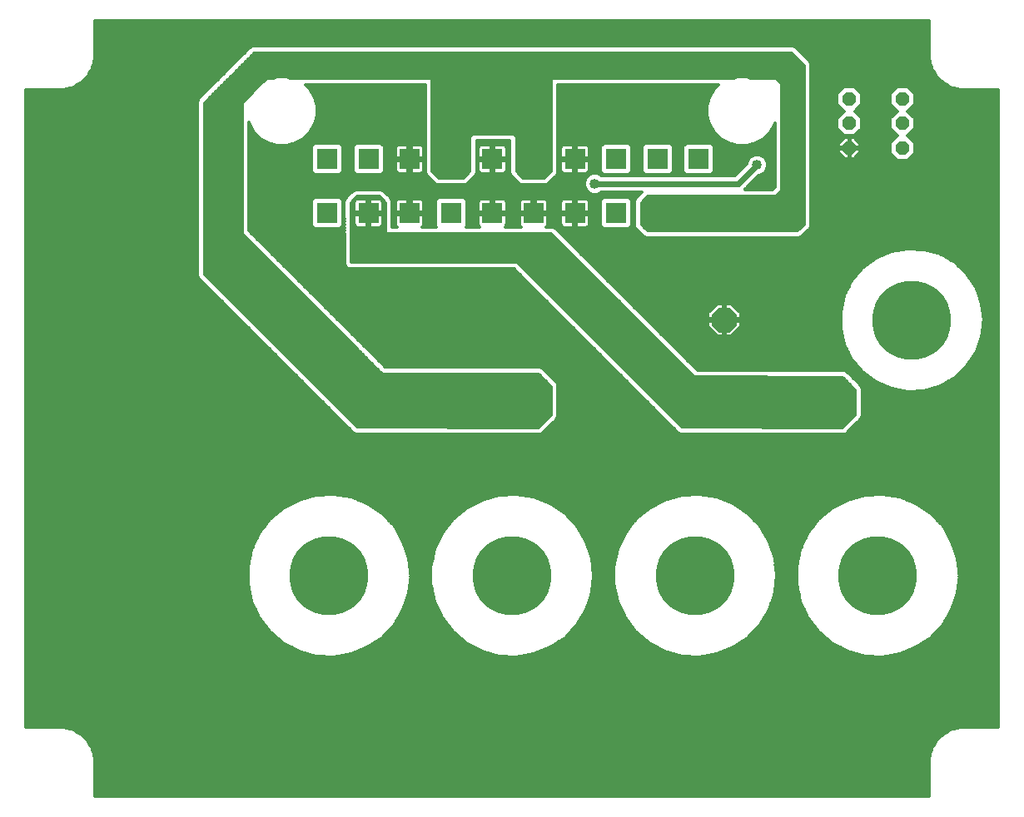
<source format=gbl>
G75*
G70*
%OFA0B0*%
%FSLAX24Y24*%
%IPPOS*%
%LPD*%
%AMOC8*
5,1,8,0,0,1.08239X$1,22.5*
%
%ADD10OC8,0.1000*%
%ADD11C,0.3150*%
%ADD12R,0.0827X0.0827*%
%ADD13OC8,0.0555*%
%ADD14C,0.0120*%
%ADD15C,0.0436*%
%ADD16C,0.0400*%
%ADD17C,0.0560*%
%ADD18C,0.0240*%
D10*
X015579Y024099D03*
X032579Y024099D03*
D11*
X040089Y024099D03*
X038725Y013863D03*
X031402Y013863D03*
X024079Y013863D03*
X016757Y013863D03*
X009434Y013863D03*
X008070Y024099D03*
D12*
X016678Y028378D03*
X018331Y028378D03*
X019985Y028378D03*
X021638Y028378D03*
X023292Y028378D03*
X024946Y028378D03*
X026599Y028378D03*
X028253Y028378D03*
X029906Y028378D03*
X031560Y028378D03*
X031560Y030544D03*
X029906Y030544D03*
X028253Y030544D03*
X026599Y030544D03*
X024946Y030544D03*
X023292Y030544D03*
X021638Y030544D03*
X019985Y030544D03*
X018331Y030544D03*
X016678Y030544D03*
D13*
X037583Y030989D03*
X037583Y031973D03*
X037583Y032957D03*
X039709Y032957D03*
X039709Y031973D03*
X039709Y030989D03*
D14*
X007370Y006300D02*
X007370Y005028D01*
X040789Y005028D01*
X040789Y006198D01*
X040789Y006300D01*
X040783Y006307D01*
X040789Y006390D01*
X040789Y006505D01*
X040786Y006508D01*
X040789Y006519D01*
X040789Y006567D01*
X040806Y006631D01*
X040808Y006657D01*
X040814Y006663D01*
X040823Y006696D01*
X040818Y006707D01*
X040845Y006777D01*
X040861Y006851D01*
X040865Y006854D01*
X040884Y006923D01*
X040927Y006997D01*
X040941Y007035D01*
X040951Y007040D01*
X040967Y007067D01*
X040965Y007080D01*
X041005Y007133D01*
X041031Y007178D01*
X041047Y007206D01*
X041048Y007207D01*
X041068Y007243D01*
X041143Y007317D01*
X041176Y007361D01*
X041188Y007362D01*
X041210Y007384D01*
X041211Y007396D01*
X041255Y007429D01*
X041329Y007504D01*
X041365Y007524D01*
X041366Y007525D01*
X041394Y007541D01*
X041439Y007567D01*
X041492Y007607D01*
X041505Y007605D01*
X041532Y007620D01*
X041537Y007631D01*
X041575Y007645D01*
X041649Y007688D01*
X041718Y007706D01*
X041721Y007711D01*
X041795Y007727D01*
X041865Y007754D01*
X041876Y007749D01*
X041909Y007758D01*
X041915Y007764D01*
X041941Y007766D01*
X042005Y007783D01*
X042053Y007783D01*
X042064Y007786D01*
X042067Y007783D01*
X042098Y007783D01*
X042182Y007783D01*
X042265Y007789D01*
X042272Y007783D01*
X043544Y007783D01*
X043544Y033328D01*
X042272Y033328D01*
X042265Y033322D01*
X042182Y033328D01*
X042098Y033328D01*
X042067Y033328D01*
X042064Y033325D01*
X042053Y033328D01*
X042005Y033328D01*
X041941Y033345D01*
X041915Y033347D01*
X041909Y033353D01*
X041876Y033362D01*
X041865Y033358D01*
X041795Y033384D01*
X041721Y033400D01*
X041718Y033405D01*
X041649Y033423D01*
X041575Y033466D01*
X041537Y033480D01*
X041532Y033491D01*
X041505Y033506D01*
X041492Y033504D01*
X041439Y033544D01*
X041394Y033570D01*
X041366Y033586D01*
X041365Y033587D01*
X041329Y033608D01*
X041255Y033682D01*
X041211Y033715D01*
X041210Y033727D01*
X041188Y033749D01*
X041176Y033751D01*
X041143Y033794D01*
X041068Y033869D01*
X041048Y033905D01*
X041047Y033905D01*
X041031Y033933D01*
X041005Y033978D01*
X040965Y034031D01*
X040967Y034044D01*
X040951Y034071D01*
X040941Y034076D01*
X040927Y034114D01*
X040884Y034188D01*
X040865Y034257D01*
X040861Y034260D01*
X040845Y034334D01*
X040818Y034405D01*
X040823Y034415D01*
X040814Y034448D01*
X040808Y034454D01*
X040806Y034480D01*
X040789Y034544D01*
X040789Y034592D01*
X040786Y034603D01*
X040789Y034607D01*
X040789Y034638D01*
X040789Y034721D01*
X040783Y034804D01*
X040789Y034811D01*
X040789Y036084D01*
X007370Y036084D01*
X007370Y034913D01*
X007370Y034811D01*
X007376Y034804D01*
X007370Y034721D01*
X007370Y034607D01*
X007373Y034603D01*
X007370Y034592D01*
X007370Y034544D01*
X007353Y034480D01*
X007351Y034454D01*
X007344Y034448D01*
X007336Y034415D01*
X007340Y034405D01*
X007314Y034334D01*
X007298Y034260D01*
X007293Y034257D01*
X007275Y034188D01*
X007232Y034114D01*
X007218Y034076D01*
X007207Y034071D01*
X007192Y034044D01*
X007193Y034031D01*
X007153Y033978D01*
X007128Y033933D01*
X007112Y033905D01*
X007111Y033905D01*
X007090Y033869D01*
X007016Y033794D01*
X006983Y033751D01*
X006970Y033749D01*
X006949Y033727D01*
X006947Y033715D01*
X006904Y033682D01*
X006829Y033608D01*
X006793Y033587D01*
X006793Y033586D01*
X006765Y033570D01*
X006720Y033544D01*
X006667Y033504D01*
X006654Y033506D01*
X006627Y033491D01*
X006622Y033480D01*
X006584Y033466D01*
X006510Y033423D01*
X006441Y033405D01*
X006438Y033400D01*
X006364Y033384D01*
X006293Y033358D01*
X006283Y033362D01*
X006249Y033353D01*
X006244Y033347D01*
X006218Y033345D01*
X006154Y033328D01*
X006106Y033328D01*
X006095Y033325D01*
X006091Y033328D01*
X006060Y033328D01*
X005977Y033328D01*
X005894Y033322D01*
X005887Y033328D01*
X005667Y033328D01*
X004614Y033328D01*
X004614Y007783D01*
X005887Y007783D01*
X005894Y007789D01*
X005977Y007783D01*
X006060Y007783D01*
X006091Y007783D01*
X006095Y007786D01*
X006106Y007783D01*
X006154Y007783D01*
X006218Y007766D01*
X006244Y007764D01*
X006249Y007758D01*
X006283Y007749D01*
X006293Y007754D01*
X006364Y007727D01*
X006438Y007711D01*
X006441Y007706D01*
X006510Y007688D01*
X006584Y007645D01*
X006622Y007631D01*
X006627Y007620D01*
X006654Y007605D01*
X006667Y007607D01*
X006720Y007567D01*
X006764Y007541D01*
X006793Y007525D01*
X006793Y007524D01*
X006829Y007504D01*
X006904Y007429D01*
X006947Y007396D01*
X006949Y007384D01*
X006970Y007362D01*
X006983Y007361D01*
X007016Y007317D01*
X007090Y007243D01*
X007111Y007207D01*
X007112Y007206D01*
X007128Y007178D01*
X007153Y007133D01*
X007193Y007080D01*
X007192Y007067D01*
X007207Y007040D01*
X007218Y007035D01*
X007232Y006997D01*
X007275Y006923D01*
X007293Y006854D01*
X007298Y006851D01*
X007314Y006777D01*
X007340Y006707D01*
X007336Y006696D01*
X007344Y006663D01*
X007351Y006657D01*
X007353Y006631D01*
X007370Y006567D01*
X007370Y006519D01*
X007373Y006508D01*
X007370Y006505D01*
X007370Y006473D01*
X007370Y006390D01*
X007376Y006307D01*
X007370Y006300D01*
X007373Y006349D02*
X040786Y006349D01*
X040789Y006467D02*
X007370Y006467D01*
X007365Y006586D02*
X040794Y006586D01*
X040819Y006704D02*
X007339Y006704D01*
X007304Y006823D02*
X040855Y006823D01*
X040894Y006941D02*
X007264Y006941D01*
X007196Y007060D02*
X040963Y007060D01*
X041031Y007178D02*
X007127Y007178D01*
X007036Y007297D02*
X041123Y007297D01*
X041237Y007416D02*
X006922Y007416D01*
X006777Y007534D02*
X041382Y007534D01*
X041588Y007653D02*
X006571Y007653D01*
X006199Y007771D02*
X041959Y007771D01*
X043544Y007890D02*
X004614Y007890D01*
X004614Y008008D02*
X043544Y008008D01*
X043544Y008127D02*
X004614Y008127D01*
X004614Y008245D02*
X043544Y008245D01*
X043544Y008364D02*
X004614Y008364D01*
X004614Y008482D02*
X043544Y008482D01*
X043544Y008601D02*
X004614Y008601D01*
X004614Y008719D02*
X043544Y008719D01*
X043544Y008838D02*
X004614Y008838D01*
X004614Y008957D02*
X043544Y008957D01*
X043544Y009075D02*
X004614Y009075D01*
X004614Y009194D02*
X043544Y009194D01*
X043544Y009312D02*
X004614Y009312D01*
X004614Y009431D02*
X043544Y009431D01*
X043544Y009549D02*
X004614Y009549D01*
X004614Y009668D02*
X043544Y009668D01*
X043544Y009786D02*
X004614Y009786D01*
X004614Y009905D02*
X043544Y009905D01*
X043544Y010023D02*
X004614Y010023D01*
X004614Y010142D02*
X043544Y010142D01*
X043544Y010261D02*
X004614Y010261D01*
X004614Y010379D02*
X043544Y010379D01*
X043544Y010498D02*
X004614Y010498D01*
X004614Y010616D02*
X016567Y010616D01*
X016227Y010635D02*
X016934Y010596D01*
X017632Y010711D01*
X018289Y010973D01*
X018874Y011369D01*
X018874Y011370D02*
X019361Y011883D01*
X019725Y012489D01*
X019951Y013159D01*
X020028Y013863D01*
X019951Y014566D01*
X019725Y015236D01*
X019725Y015236D01*
X019361Y015842D01*
X018874Y016356D01*
X018289Y016753D01*
X018289Y016753D01*
X017632Y017015D01*
X016934Y017129D01*
X016934Y017129D01*
X016227Y017091D01*
X015546Y016901D01*
X014921Y016570D01*
X014921Y016570D01*
X014382Y016112D01*
X013954Y015549D01*
X013657Y014907D01*
X013505Y014216D01*
X013505Y013509D01*
X013657Y012818D01*
X013954Y012176D01*
X014382Y011613D01*
X014921Y011155D01*
X015546Y010824D01*
X016227Y010635D01*
X016227Y010635D01*
X015867Y010735D02*
X004614Y010735D01*
X004614Y010853D02*
X015490Y010853D01*
X015546Y010824D02*
X015546Y010824D01*
X015267Y010972D02*
X004614Y010972D01*
X004614Y011090D02*
X015043Y011090D01*
X014921Y011155D02*
X014921Y011155D01*
X014858Y011209D02*
X004614Y011209D01*
X004614Y011327D02*
X014718Y011327D01*
X014578Y011446D02*
X004614Y011446D01*
X004614Y011565D02*
X014439Y011565D01*
X014382Y011613D02*
X014382Y011613D01*
X014382Y011613D01*
X014328Y011683D02*
X004614Y011683D01*
X004614Y011802D02*
X014238Y011802D01*
X014148Y011920D02*
X004614Y011920D01*
X004614Y012039D02*
X014058Y012039D01*
X013968Y012157D02*
X004614Y012157D01*
X004614Y012276D02*
X013907Y012276D01*
X013954Y012176D02*
X013954Y012176D01*
X013853Y012394D02*
X004614Y012394D01*
X004614Y012513D02*
X013798Y012513D01*
X013743Y012631D02*
X004614Y012631D01*
X004614Y012750D02*
X013688Y012750D01*
X013657Y012818D02*
X013657Y012818D01*
X013645Y012869D02*
X004614Y012869D01*
X004614Y012987D02*
X013619Y012987D01*
X013593Y013106D02*
X004614Y013106D01*
X004614Y013224D02*
X013567Y013224D01*
X013541Y013343D02*
X004614Y013343D01*
X004614Y013461D02*
X013515Y013461D01*
X013505Y013509D02*
X013505Y013509D01*
X013505Y013580D02*
X004614Y013580D01*
X004614Y013698D02*
X013505Y013698D01*
X013505Y013817D02*
X004614Y013817D01*
X004614Y013935D02*
X013505Y013935D01*
X013505Y014054D02*
X004614Y014054D01*
X004614Y014172D02*
X013505Y014172D01*
X013505Y014216D02*
X013505Y014216D01*
X013521Y014291D02*
X004614Y014291D01*
X004614Y014410D02*
X013547Y014410D01*
X013573Y014528D02*
X004614Y014528D01*
X004614Y014647D02*
X013599Y014647D01*
X013625Y014765D02*
X004614Y014765D01*
X004614Y014884D02*
X013651Y014884D01*
X013657Y014907D02*
X013657Y014907D01*
X013701Y015002D02*
X004614Y015002D01*
X004614Y015121D02*
X013755Y015121D01*
X013810Y015239D02*
X004614Y015239D01*
X004614Y015358D02*
X013865Y015358D01*
X013920Y015476D02*
X004614Y015476D01*
X004614Y015595D02*
X013988Y015595D01*
X013954Y015549D02*
X013954Y015549D01*
X014079Y015714D02*
X004614Y015714D01*
X004614Y015832D02*
X014169Y015832D01*
X014259Y015951D02*
X004614Y015951D01*
X004614Y016069D02*
X014349Y016069D01*
X014382Y016112D02*
X014382Y016112D01*
X014471Y016188D02*
X004614Y016188D01*
X004614Y016306D02*
X014610Y016306D01*
X014750Y016425D02*
X004614Y016425D01*
X004614Y016543D02*
X014889Y016543D01*
X015094Y016662D02*
X004614Y016662D01*
X004614Y016780D02*
X015317Y016780D01*
X015541Y016899D02*
X004614Y016899D01*
X004614Y017018D02*
X015964Y017018D01*
X016227Y017091D02*
X016227Y017091D01*
X015546Y016901D02*
X015546Y016901D01*
X017614Y017018D02*
X023286Y017018D01*
X023550Y017091D02*
X022869Y016901D01*
X022244Y016570D01*
X022244Y016570D01*
X021704Y016112D01*
X021276Y015549D01*
X020979Y014907D01*
X020827Y014216D01*
X020827Y013509D01*
X020979Y012818D01*
X021276Y012176D01*
X021704Y011613D01*
X021705Y011613D01*
X022244Y011155D01*
X022869Y010824D01*
X023550Y010635D01*
X023550Y010635D01*
X024256Y010596D01*
X024256Y010596D01*
X024954Y010711D01*
X024954Y010711D01*
X025612Y010973D01*
X026197Y011369D01*
X026684Y011883D01*
X027048Y012489D01*
X027048Y012489D01*
X027274Y013159D01*
X027274Y013159D01*
X027351Y013863D01*
X027274Y014566D01*
X027048Y015236D01*
X027048Y015236D01*
X026684Y015842D01*
X026197Y016356D01*
X025612Y016753D01*
X025612Y016753D01*
X024954Y017015D01*
X024256Y017129D01*
X023550Y017091D01*
X023550Y017091D01*
X022869Y016901D02*
X022869Y016901D01*
X022864Y016899D02*
X017922Y016899D01*
X017632Y017015D02*
X017632Y017015D01*
X018219Y016780D02*
X022640Y016780D01*
X022417Y016662D02*
X018423Y016662D01*
X018598Y016543D02*
X022212Y016543D01*
X022073Y016425D02*
X018772Y016425D01*
X018874Y016356D02*
X018874Y016356D01*
X018921Y016306D02*
X021933Y016306D01*
X021793Y016188D02*
X019033Y016188D01*
X019146Y016069D02*
X021672Y016069D01*
X021704Y016112D02*
X021704Y016112D01*
X021582Y015951D02*
X019258Y015951D01*
X019361Y015842D02*
X019361Y015842D01*
X019367Y015832D02*
X021492Y015832D01*
X021401Y015714D02*
X019438Y015714D01*
X019509Y015595D02*
X021311Y015595D01*
X021276Y015549D02*
X021276Y015549D01*
X021243Y015476D02*
X019581Y015476D01*
X019652Y015358D02*
X021188Y015358D01*
X021133Y015239D02*
X019723Y015239D01*
X019764Y015121D02*
X021078Y015121D01*
X021023Y015002D02*
X019804Y015002D01*
X019844Y014884D02*
X020974Y014884D01*
X020979Y014907D02*
X020979Y014907D01*
X020948Y014765D02*
X019884Y014765D01*
X019924Y014647D02*
X020922Y014647D01*
X020896Y014528D02*
X019955Y014528D01*
X019951Y014566D02*
X019951Y014566D01*
X019968Y014410D02*
X020870Y014410D01*
X020844Y014291D02*
X019981Y014291D01*
X019994Y014172D02*
X020827Y014172D01*
X020827Y014216D02*
X020827Y014216D01*
X020827Y014054D02*
X020007Y014054D01*
X020020Y013935D02*
X020827Y013935D01*
X020827Y013817D02*
X020023Y013817D01*
X020028Y013863D02*
X020028Y013863D01*
X020010Y013698D02*
X020827Y013698D01*
X020827Y013580D02*
X019997Y013580D01*
X019984Y013461D02*
X020838Y013461D01*
X020827Y013509D02*
X020827Y013509D01*
X020864Y013343D02*
X019971Y013343D01*
X019958Y013224D02*
X020890Y013224D01*
X020916Y013106D02*
X019933Y013106D01*
X019893Y012987D02*
X020942Y012987D01*
X020968Y012869D02*
X019853Y012869D01*
X019813Y012750D02*
X021011Y012750D01*
X020979Y012818D02*
X020979Y012818D01*
X021066Y012631D02*
X019773Y012631D01*
X019733Y012513D02*
X021121Y012513D01*
X021175Y012394D02*
X019668Y012394D01*
X019597Y012276D02*
X021230Y012276D01*
X021291Y012157D02*
X019526Y012157D01*
X019454Y012039D02*
X021381Y012039D01*
X021471Y011920D02*
X019383Y011920D01*
X019284Y011802D02*
X021561Y011802D01*
X021651Y011683D02*
X019171Y011683D01*
X019059Y011565D02*
X021762Y011565D01*
X021901Y011446D02*
X018947Y011446D01*
X018874Y011370D02*
X018874Y011369D01*
X018812Y011327D02*
X022041Y011327D01*
X022180Y011209D02*
X018637Y011209D01*
X018462Y011090D02*
X022366Y011090D01*
X022589Y010972D02*
X018287Y010972D01*
X017989Y010853D02*
X022813Y010853D01*
X023190Y010735D02*
X017692Y010735D01*
X017632Y010711D02*
X017632Y010711D01*
X017055Y010616D02*
X023890Y010616D01*
X024378Y010616D02*
X031213Y010616D01*
X030873Y010635D02*
X031579Y010596D01*
X032277Y010711D01*
X032277Y010711D01*
X032934Y010973D01*
X032934Y010973D01*
X033520Y011369D01*
X034006Y011883D01*
X034371Y012489D01*
X034371Y012489D01*
X034597Y013159D01*
X034597Y013159D01*
X034673Y013863D01*
X034597Y014566D01*
X034371Y015236D01*
X034371Y015236D01*
X034006Y015842D01*
X034006Y015842D01*
X033520Y016356D01*
X032934Y016753D01*
X032277Y017015D01*
X031579Y017129D01*
X030873Y017091D01*
X030191Y016901D01*
X029566Y016570D01*
X029027Y016112D01*
X028599Y015549D01*
X028302Y014907D01*
X028150Y014216D01*
X028150Y013509D01*
X028302Y012818D01*
X028599Y012176D01*
X029027Y011613D01*
X029027Y011613D01*
X029027Y011613D01*
X029566Y011155D01*
X029566Y011155D01*
X030191Y010824D01*
X030191Y010824D01*
X030873Y010635D01*
X030873Y010635D01*
X030512Y010735D02*
X025015Y010735D01*
X025312Y010853D02*
X030136Y010853D01*
X029912Y010972D02*
X025610Y010972D01*
X025612Y010973D02*
X025612Y010973D01*
X025785Y011090D02*
X029689Y011090D01*
X029503Y011209D02*
X025960Y011209D01*
X026135Y011327D02*
X029364Y011327D01*
X029224Y011446D02*
X026269Y011446D01*
X026197Y011369D02*
X026197Y011369D01*
X026382Y011565D02*
X029084Y011565D01*
X028974Y011683D02*
X026494Y011683D01*
X026606Y011802D02*
X028884Y011802D01*
X028794Y011920D02*
X026706Y011920D01*
X026684Y011883D02*
X026684Y011883D01*
X026777Y012039D02*
X028704Y012039D01*
X028614Y012157D02*
X026848Y012157D01*
X026920Y012276D02*
X028553Y012276D01*
X028599Y012176D02*
X028599Y012176D01*
X028498Y012394D02*
X026991Y012394D01*
X027056Y012513D02*
X028443Y012513D01*
X028389Y012631D02*
X027096Y012631D01*
X027136Y012750D02*
X028334Y012750D01*
X028302Y012818D02*
X028302Y012818D01*
X028291Y012869D02*
X027176Y012869D01*
X027216Y012987D02*
X028265Y012987D01*
X028239Y013106D02*
X027256Y013106D01*
X027281Y013224D02*
X028213Y013224D01*
X028187Y013343D02*
X027294Y013343D01*
X027307Y013461D02*
X028161Y013461D01*
X028150Y013509D02*
X028150Y013509D01*
X028150Y013580D02*
X027320Y013580D01*
X027333Y013698D02*
X028150Y013698D01*
X028150Y013817D02*
X027346Y013817D01*
X027343Y013935D02*
X028150Y013935D01*
X028150Y014054D02*
X027330Y014054D01*
X027317Y014172D02*
X028150Y014172D01*
X028150Y014216D02*
X028150Y014216D01*
X028167Y014291D02*
X027304Y014291D01*
X027291Y014410D02*
X028193Y014410D01*
X028219Y014528D02*
X027278Y014528D01*
X027274Y014566D02*
X027274Y014566D01*
X027247Y014647D02*
X028245Y014647D01*
X028271Y014765D02*
X027207Y014765D01*
X027167Y014884D02*
X028297Y014884D01*
X028346Y015002D02*
X027127Y015002D01*
X027087Y015121D02*
X028401Y015121D01*
X028456Y015239D02*
X027046Y015239D01*
X026975Y015358D02*
X028511Y015358D01*
X028566Y015476D02*
X026904Y015476D01*
X026832Y015595D02*
X028634Y015595D01*
X028724Y015714D02*
X026761Y015714D01*
X026690Y015832D02*
X028814Y015832D01*
X028905Y015951D02*
X026581Y015951D01*
X026684Y015842D02*
X026684Y015842D01*
X026469Y016069D02*
X028995Y016069D01*
X029027Y016112D02*
X029027Y016112D01*
X029116Y016188D02*
X026356Y016188D01*
X026244Y016306D02*
X029256Y016306D01*
X029395Y016425D02*
X026095Y016425D01*
X026197Y016356D02*
X026197Y016356D01*
X025920Y016543D02*
X029535Y016543D01*
X029739Y016662D02*
X025746Y016662D01*
X025542Y016780D02*
X029963Y016780D01*
X030187Y016899D02*
X025245Y016899D01*
X024954Y017015D02*
X024954Y017015D01*
X024936Y017018D02*
X030609Y017018D01*
X030873Y017091D02*
X030873Y017091D01*
X031579Y017129D02*
X031579Y017129D01*
X032259Y017018D02*
X037932Y017018D01*
X038196Y017091D02*
X037514Y016901D01*
X036889Y016570D01*
X036350Y016112D01*
X035922Y015549D01*
X035625Y014907D01*
X035473Y014216D01*
X035473Y013509D01*
X035625Y012818D01*
X035922Y012176D01*
X036350Y011613D01*
X036350Y011613D01*
X036350Y011613D01*
X036889Y011155D01*
X037514Y010824D01*
X038196Y010635D01*
X038902Y010596D01*
X039600Y010711D01*
X039600Y010711D01*
X040257Y010973D01*
X040257Y010973D01*
X040843Y011369D01*
X040843Y011370D01*
X041329Y011883D01*
X041694Y012489D01*
X041920Y013159D01*
X041920Y013159D01*
X041996Y013863D01*
X041920Y014566D01*
X041694Y015236D01*
X041694Y015236D01*
X041329Y015842D01*
X040843Y016356D01*
X040257Y016753D01*
X039600Y017015D01*
X038902Y017129D01*
X038196Y017091D01*
X038196Y017091D01*
X037514Y016901D02*
X037514Y016901D01*
X037509Y016899D02*
X032567Y016899D01*
X032277Y017015D02*
X032277Y017015D01*
X032865Y016780D02*
X037286Y016780D01*
X037062Y016662D02*
X033068Y016662D01*
X032934Y016753D02*
X032934Y016753D01*
X033243Y016543D02*
X036858Y016543D01*
X036889Y016570D02*
X036889Y016570D01*
X036718Y016425D02*
X033418Y016425D01*
X033520Y016356D02*
X033520Y016356D01*
X033567Y016306D02*
X036579Y016306D01*
X036439Y016188D02*
X033679Y016188D01*
X033791Y016069D02*
X036317Y016069D01*
X036350Y016112D02*
X036350Y016112D01*
X036350Y016112D01*
X036227Y015951D02*
X033904Y015951D01*
X034012Y015832D02*
X036137Y015832D01*
X036047Y015714D02*
X034084Y015714D01*
X034155Y015595D02*
X035957Y015595D01*
X035922Y015549D02*
X035922Y015549D01*
X035889Y015476D02*
X034226Y015476D01*
X034298Y015358D02*
X035834Y015358D01*
X035779Y015239D02*
X034369Y015239D01*
X034410Y015121D02*
X035724Y015121D01*
X035669Y015002D02*
X034450Y015002D01*
X034490Y014884D02*
X035620Y014884D01*
X035625Y014907D02*
X035625Y014907D01*
X035594Y014765D02*
X034530Y014765D01*
X034570Y014647D02*
X035568Y014647D01*
X035542Y014528D02*
X034601Y014528D01*
X034597Y014566D02*
X034597Y014566D01*
X034614Y014410D02*
X035516Y014410D01*
X035489Y014291D02*
X034627Y014291D01*
X034640Y014172D02*
X035473Y014172D01*
X035473Y014216D02*
X035473Y014216D01*
X035473Y014054D02*
X034653Y014054D01*
X034665Y013935D02*
X035473Y013935D01*
X035473Y013817D02*
X034668Y013817D01*
X034655Y013698D02*
X035473Y013698D01*
X035473Y013580D02*
X034643Y013580D01*
X034630Y013461D02*
X035484Y013461D01*
X035473Y013509D02*
X035473Y013509D01*
X035510Y013343D02*
X034617Y013343D01*
X034604Y013224D02*
X035536Y013224D01*
X035562Y013106D02*
X034579Y013106D01*
X034539Y012987D02*
X035588Y012987D01*
X035614Y012869D02*
X034499Y012869D01*
X034459Y012750D02*
X035657Y012750D01*
X035625Y012818D02*
X035625Y012818D01*
X035711Y012631D02*
X034419Y012631D01*
X034379Y012513D02*
X035766Y012513D01*
X035821Y012394D02*
X034314Y012394D01*
X034243Y012276D02*
X035876Y012276D01*
X035922Y012176D02*
X035922Y012176D01*
X035936Y012157D02*
X034171Y012157D01*
X034100Y012039D02*
X036027Y012039D01*
X036117Y011920D02*
X034029Y011920D01*
X034006Y011883D02*
X034006Y011883D01*
X033929Y011802D02*
X036207Y011802D01*
X036297Y011683D02*
X033817Y011683D01*
X033705Y011565D02*
X036407Y011565D01*
X036547Y011446D02*
X033592Y011446D01*
X033520Y011369D02*
X033520Y011369D01*
X033458Y011327D02*
X036686Y011327D01*
X036826Y011209D02*
X033283Y011209D01*
X033108Y011090D02*
X037012Y011090D01*
X036889Y011155D02*
X036889Y011155D01*
X037235Y010972D02*
X032933Y010972D01*
X032635Y010853D02*
X037459Y010853D01*
X037514Y010824D02*
X037514Y010824D01*
X037835Y010735D02*
X032337Y010735D01*
X031701Y010616D02*
X038536Y010616D01*
X038196Y010635D02*
X038196Y010635D01*
X038902Y010596D02*
X038902Y010596D01*
X039023Y010616D02*
X043544Y010616D01*
X043544Y010735D02*
X039660Y010735D01*
X039958Y010853D02*
X043544Y010853D01*
X043544Y010972D02*
X040255Y010972D01*
X040431Y011090D02*
X043544Y011090D01*
X043544Y011209D02*
X040606Y011209D01*
X040781Y011327D02*
X043544Y011327D01*
X043544Y011446D02*
X040915Y011446D01*
X040843Y011369D02*
X040843Y011369D01*
X041027Y011565D02*
X043544Y011565D01*
X043544Y011683D02*
X041140Y011683D01*
X041252Y011802D02*
X043544Y011802D01*
X043544Y011920D02*
X041351Y011920D01*
X041329Y011883D02*
X041329Y011883D01*
X041423Y012039D02*
X043544Y012039D01*
X043544Y012157D02*
X041494Y012157D01*
X041565Y012276D02*
X043544Y012276D01*
X043544Y012394D02*
X041637Y012394D01*
X041694Y012489D02*
X041694Y012489D01*
X041702Y012513D02*
X043544Y012513D01*
X043544Y012631D02*
X041742Y012631D01*
X041782Y012750D02*
X043544Y012750D01*
X043544Y012869D02*
X041822Y012869D01*
X041862Y012987D02*
X043544Y012987D01*
X043544Y013106D02*
X041902Y013106D01*
X041927Y013224D02*
X043544Y013224D01*
X043544Y013343D02*
X041940Y013343D01*
X041952Y013461D02*
X043544Y013461D01*
X043544Y013580D02*
X041965Y013580D01*
X041978Y013698D02*
X043544Y013698D01*
X043544Y013817D02*
X041991Y013817D01*
X041988Y013935D02*
X043544Y013935D01*
X043544Y014054D02*
X041975Y014054D01*
X041962Y014172D02*
X043544Y014172D01*
X043544Y014291D02*
X041950Y014291D01*
X041937Y014410D02*
X043544Y014410D01*
X043544Y014528D02*
X041924Y014528D01*
X041920Y014566D02*
X041920Y014566D01*
X041892Y014647D02*
X043544Y014647D01*
X043544Y014765D02*
X041853Y014765D01*
X041813Y014884D02*
X043544Y014884D01*
X043544Y015002D02*
X041773Y015002D01*
X041733Y015121D02*
X043544Y015121D01*
X043544Y015239D02*
X041692Y015239D01*
X041621Y015358D02*
X043544Y015358D01*
X043544Y015476D02*
X041549Y015476D01*
X041478Y015595D02*
X043544Y015595D01*
X043544Y015714D02*
X041407Y015714D01*
X041335Y015832D02*
X043544Y015832D01*
X043544Y015951D02*
X041227Y015951D01*
X041329Y015842D02*
X041329Y015842D01*
X041114Y016069D02*
X043544Y016069D01*
X043544Y016188D02*
X041002Y016188D01*
X040890Y016306D02*
X043544Y016306D01*
X043544Y016425D02*
X040741Y016425D01*
X040566Y016543D02*
X043544Y016543D01*
X043544Y016662D02*
X040391Y016662D01*
X040188Y016780D02*
X043544Y016780D01*
X043544Y016899D02*
X039890Y016899D01*
X039582Y017018D02*
X043544Y017018D01*
X043544Y017136D02*
X004614Y017136D01*
X004614Y017255D02*
X043544Y017255D01*
X043544Y017373D02*
X004614Y017373D01*
X004614Y017492D02*
X043544Y017492D01*
X043544Y017610D02*
X004614Y017610D01*
X004614Y017729D02*
X043544Y017729D01*
X043544Y017847D02*
X004614Y017847D01*
X004614Y017966D02*
X043544Y017966D01*
X043544Y018084D02*
X004614Y018084D01*
X004614Y018203D02*
X043544Y018203D01*
X043544Y018321D02*
X004614Y018321D01*
X004614Y018440D02*
X043544Y018440D01*
X043544Y018559D02*
X004614Y018559D01*
X004614Y018677D02*
X043544Y018677D01*
X043544Y018796D02*
X004614Y018796D01*
X004614Y018914D02*
X043544Y018914D01*
X043544Y019033D02*
X004614Y019033D01*
X004614Y019151D02*
X043544Y019151D01*
X043544Y019270D02*
X004614Y019270D01*
X004614Y019388D02*
X043544Y019388D01*
X043544Y019507D02*
X004614Y019507D01*
X004614Y019625D02*
X017680Y019625D01*
X017658Y019648D02*
X017736Y019570D01*
X017792Y019547D01*
X017838Y019528D01*
X017839Y019528D01*
X017911Y019528D01*
X025088Y019524D01*
X025126Y019524D01*
X025199Y019524D01*
X025211Y019529D01*
X025302Y019566D01*
X025381Y019645D01*
X025802Y020066D01*
X025881Y020145D01*
X025923Y020248D01*
X025923Y021428D01*
X025924Y021482D01*
X025923Y021483D01*
X025923Y021484D01*
X025903Y021534D01*
X025882Y021585D01*
X025881Y021586D01*
X025881Y021587D01*
X025842Y021626D01*
X025386Y022090D01*
X025386Y022091D01*
X025346Y022130D01*
X025309Y022168D01*
X025308Y022169D01*
X025307Y022170D01*
X025256Y022191D01*
X025206Y022212D01*
X025205Y022212D01*
X025204Y022213D01*
X025149Y022213D01*
X025095Y022213D01*
X025094Y022213D01*
X019010Y022213D01*
X013544Y027678D01*
X013544Y032007D01*
X013561Y031944D01*
X013746Y031624D01*
X014006Y031364D01*
X014326Y031179D01*
X014682Y031084D01*
X015051Y031084D01*
X015408Y031179D01*
X015727Y031364D01*
X015988Y031624D01*
X016172Y031944D01*
X016268Y032300D01*
X016268Y032669D01*
X016172Y033026D01*
X015988Y033345D01*
X015809Y033524D01*
X020609Y033524D01*
X020609Y029998D01*
X020652Y029895D01*
X020731Y029816D01*
X020981Y029566D01*
X021084Y029524D01*
X021195Y029524D01*
X022195Y029524D01*
X022298Y029566D01*
X022377Y029645D01*
X022627Y029895D01*
X022669Y029998D01*
X022669Y030109D01*
X022669Y031274D01*
X023984Y031274D01*
X023984Y029998D01*
X024027Y029895D01*
X024106Y029816D01*
X024356Y029566D01*
X024459Y029524D01*
X024570Y029524D01*
X025445Y029524D01*
X025548Y029566D01*
X025627Y029645D01*
X025877Y029895D01*
X025919Y029998D01*
X025919Y030109D01*
X025919Y033524D01*
X032349Y033524D01*
X032171Y033345D01*
X031986Y033026D01*
X031891Y032669D01*
X031891Y032300D01*
X031986Y031944D01*
X032171Y031624D01*
X032432Y031364D01*
X032751Y031179D01*
X033107Y031084D01*
X033476Y031084D01*
X033833Y031179D01*
X034152Y031364D01*
X034413Y031624D01*
X034598Y031944D01*
X034609Y031988D01*
X034609Y029420D01*
X034523Y029334D01*
X033401Y029334D01*
X033955Y029888D01*
X033978Y029888D01*
X034132Y029951D01*
X034250Y030070D01*
X034314Y030224D01*
X034314Y030391D01*
X034250Y030545D01*
X034132Y030664D01*
X033978Y030728D01*
X033811Y030728D01*
X033656Y030664D01*
X033538Y030545D01*
X033474Y030391D01*
X033474Y030368D01*
X033004Y029898D01*
X027648Y029898D01*
X027632Y029914D01*
X027478Y029978D01*
X027311Y029978D01*
X027156Y029914D01*
X027038Y029795D01*
X026974Y029641D01*
X026974Y029474D01*
X027038Y029320D01*
X027156Y029201D01*
X027311Y029138D01*
X027478Y029138D01*
X027632Y029201D01*
X027648Y029218D01*
X029282Y029218D01*
X029277Y029212D01*
X029027Y028962D01*
X028984Y028859D01*
X028984Y028748D01*
X028984Y027873D01*
X029027Y027770D01*
X029106Y027691D01*
X029356Y027441D01*
X029459Y027399D01*
X029570Y027399D01*
X035570Y027399D01*
X035673Y027441D01*
X035752Y027520D01*
X036002Y027770D01*
X036044Y027873D01*
X036044Y027984D01*
X036044Y034359D01*
X036002Y034462D01*
X035923Y034541D01*
X035423Y035041D01*
X035320Y035084D01*
X035209Y035084D01*
X013709Y035084D01*
X013606Y035041D01*
X013527Y034962D01*
X011527Y032962D01*
X011484Y032859D01*
X011484Y032748D01*
X011484Y025993D01*
X011484Y025882D01*
X011527Y025779D01*
X017658Y019648D01*
X017736Y019570D02*
X017736Y019570D01*
X017736Y019570D01*
X017839Y019528D02*
X017839Y019528D01*
X017894Y019808D02*
X011764Y025937D01*
X011764Y032804D01*
X013764Y034804D01*
X035264Y034804D01*
X035764Y034304D01*
X035764Y027929D01*
X035514Y027679D01*
X029514Y027679D01*
X029264Y027929D01*
X029264Y028804D01*
X029514Y029054D01*
X034639Y029054D01*
X034889Y029304D01*
X034889Y033554D01*
X034639Y033804D01*
X033629Y033804D01*
X033471Y033846D01*
X033113Y033846D01*
X032955Y033804D01*
X025639Y033804D01*
X025639Y030054D01*
X025389Y029804D01*
X024514Y029804D01*
X024264Y030054D01*
X024264Y031429D01*
X024139Y031554D01*
X022514Y031554D01*
X022389Y031429D01*
X022389Y030054D01*
X022139Y029804D01*
X021139Y029804D01*
X020889Y030054D01*
X020889Y033804D01*
X015203Y033804D01*
X015046Y033846D01*
X014688Y033846D01*
X014530Y033804D01*
X014264Y033804D01*
X014040Y033579D01*
X014031Y033574D01*
X013778Y033320D01*
X013773Y033312D01*
X013264Y032804D01*
X013264Y027562D01*
X018894Y021933D01*
X025148Y021933D01*
X025643Y021429D01*
X025643Y020304D01*
X025143Y019804D01*
X017894Y019808D01*
X017839Y019863D02*
X025202Y019863D01*
X025321Y019981D02*
X017721Y019981D01*
X017602Y020100D02*
X025439Y020100D01*
X025558Y020218D02*
X017484Y020218D01*
X017365Y020337D02*
X025643Y020337D01*
X025643Y020455D02*
X017247Y020455D01*
X017128Y020574D02*
X025643Y020574D01*
X025643Y020692D02*
X017010Y020692D01*
X016891Y020811D02*
X025643Y020811D01*
X025643Y020929D02*
X016772Y020929D01*
X016654Y021048D02*
X025643Y021048D01*
X025643Y021167D02*
X016535Y021167D01*
X016417Y021285D02*
X025643Y021285D01*
X025643Y021404D02*
X016298Y021404D01*
X016180Y021522D02*
X025551Y021522D01*
X025435Y021641D02*
X016061Y021641D01*
X015943Y021759D02*
X025319Y021759D01*
X025202Y021878D02*
X015824Y021878D01*
X015706Y021996D02*
X018831Y021996D01*
X018712Y022115D02*
X015587Y022115D01*
X015468Y022233D02*
X018593Y022233D01*
X018475Y022352D02*
X015350Y022352D01*
X015231Y022471D02*
X018356Y022471D01*
X018238Y022589D02*
X015113Y022589D01*
X014994Y022708D02*
X018119Y022708D01*
X018001Y022826D02*
X014876Y022826D01*
X014757Y022945D02*
X017882Y022945D01*
X017764Y023063D02*
X014639Y023063D01*
X014520Y023182D02*
X017645Y023182D01*
X017527Y023300D02*
X014402Y023300D01*
X014283Y023419D02*
X017408Y023419D01*
X017289Y023537D02*
X014164Y023537D01*
X014046Y023656D02*
X017171Y023656D01*
X017052Y023774D02*
X013927Y023774D01*
X013809Y023893D02*
X016934Y023893D01*
X016815Y024012D02*
X013690Y024012D01*
X013572Y024130D02*
X016697Y024130D01*
X016578Y024249D02*
X013453Y024249D01*
X013335Y024367D02*
X016460Y024367D01*
X016341Y024486D02*
X013216Y024486D01*
X013098Y024604D02*
X016223Y024604D01*
X016104Y024723D02*
X012979Y024723D01*
X012861Y024841D02*
X015986Y024841D01*
X015867Y024960D02*
X012742Y024960D01*
X012623Y025078D02*
X015748Y025078D01*
X015630Y025197D02*
X012505Y025197D01*
X012386Y025316D02*
X015511Y025316D01*
X015393Y025434D02*
X012268Y025434D01*
X012149Y025553D02*
X015274Y025553D01*
X015156Y025671D02*
X012031Y025671D01*
X011912Y025790D02*
X015037Y025790D01*
X014919Y025908D02*
X011794Y025908D01*
X011764Y026027D02*
X014800Y026027D01*
X014682Y026145D02*
X011764Y026145D01*
X011764Y026264D02*
X014563Y026264D01*
X014444Y026382D02*
X011764Y026382D01*
X011764Y026501D02*
X014326Y026501D01*
X014207Y026620D02*
X011764Y026620D01*
X011764Y026738D02*
X014089Y026738D01*
X013970Y026857D02*
X011764Y026857D01*
X011764Y026975D02*
X013852Y026975D01*
X013733Y027094D02*
X011764Y027094D01*
X011764Y027212D02*
X013615Y027212D01*
X013496Y027331D02*
X011764Y027331D01*
X011764Y027449D02*
X013378Y027449D01*
X013264Y027568D02*
X011764Y027568D01*
X011764Y027686D02*
X013264Y027686D01*
X013264Y027805D02*
X011764Y027805D01*
X011764Y027924D02*
X013264Y027924D01*
X013264Y028042D02*
X011764Y028042D01*
X011764Y028161D02*
X013264Y028161D01*
X013264Y028279D02*
X011764Y028279D01*
X011764Y028398D02*
X013264Y028398D01*
X013264Y028516D02*
X011764Y028516D01*
X011764Y028635D02*
X013264Y028635D01*
X013264Y028753D02*
X011764Y028753D01*
X011764Y028872D02*
X013264Y028872D01*
X013264Y028990D02*
X011764Y028990D01*
X011764Y029109D02*
X013264Y029109D01*
X013264Y029227D02*
X011764Y029227D01*
X011764Y029346D02*
X013264Y029346D01*
X013264Y029465D02*
X011764Y029465D01*
X011764Y029583D02*
X013264Y029583D01*
X013264Y029702D02*
X011764Y029702D01*
X011764Y029820D02*
X013264Y029820D01*
X013264Y029939D02*
X011764Y029939D01*
X011764Y030057D02*
X013264Y030057D01*
X013264Y030176D02*
X011764Y030176D01*
X011764Y030294D02*
X013264Y030294D01*
X013264Y030413D02*
X011764Y030413D01*
X011764Y030531D02*
X013264Y030531D01*
X013264Y030650D02*
X011764Y030650D01*
X011764Y030769D02*
X013264Y030769D01*
X013264Y030887D02*
X011764Y030887D01*
X011764Y031006D02*
X013264Y031006D01*
X013264Y031124D02*
X011764Y031124D01*
X011764Y031243D02*
X013264Y031243D01*
X013264Y031361D02*
X011764Y031361D01*
X011764Y031480D02*
X013264Y031480D01*
X013264Y031598D02*
X011764Y031598D01*
X011764Y031717D02*
X013264Y031717D01*
X013264Y031835D02*
X011764Y031835D01*
X011764Y031954D02*
X013264Y031954D01*
X013264Y032073D02*
X011764Y032073D01*
X011764Y032191D02*
X013264Y032191D01*
X013264Y032310D02*
X011764Y032310D01*
X011764Y032428D02*
X013264Y032428D01*
X013264Y032547D02*
X011764Y032547D01*
X011764Y032665D02*
X013264Y032665D01*
X013264Y032784D02*
X011764Y032784D01*
X011863Y032902D02*
X013363Y032902D01*
X013482Y033021D02*
X011982Y033021D01*
X012100Y033139D02*
X013600Y033139D01*
X013719Y033258D02*
X012219Y033258D01*
X012337Y033376D02*
X013834Y033376D01*
X013952Y033495D02*
X012456Y033495D01*
X012574Y033614D02*
X014074Y033614D01*
X014193Y033732D02*
X012693Y033732D01*
X012811Y033851D02*
X035764Y033851D01*
X035764Y033969D02*
X012930Y033969D01*
X013049Y034088D02*
X035764Y034088D01*
X035764Y034206D02*
X013167Y034206D01*
X013286Y034325D02*
X035743Y034325D01*
X035625Y034443D02*
X013404Y034443D01*
X013523Y034562D02*
X035506Y034562D01*
X035388Y034680D02*
X013641Y034680D01*
X013760Y034799D02*
X035269Y034799D01*
X035428Y035036D02*
X040789Y035036D01*
X040789Y034918D02*
X035546Y034918D01*
X035665Y034799D02*
X040783Y034799D01*
X040789Y034680D02*
X035783Y034680D01*
X035902Y034562D02*
X040789Y034562D01*
X040816Y034443D02*
X036010Y034443D01*
X036044Y034325D02*
X040847Y034325D01*
X040879Y034206D02*
X036044Y034206D01*
X036044Y034088D02*
X040936Y034088D01*
X041010Y033969D02*
X036044Y033969D01*
X036044Y033851D02*
X041086Y033851D01*
X041205Y033732D02*
X036044Y033732D01*
X036044Y033614D02*
X041323Y033614D01*
X041524Y033495D02*
X036044Y033495D01*
X036044Y033376D02*
X037299Y033376D01*
X037377Y033455D02*
X037086Y033163D01*
X037086Y032751D01*
X037372Y032465D01*
X037086Y032179D01*
X037086Y031767D01*
X037377Y031475D01*
X037789Y031475D01*
X038081Y031767D01*
X038081Y032179D01*
X037795Y032465D01*
X038081Y032751D01*
X038081Y033163D01*
X037789Y033455D01*
X037377Y033455D01*
X037181Y033258D02*
X036044Y033258D01*
X036044Y033139D02*
X037086Y033139D01*
X037086Y033021D02*
X036044Y033021D01*
X036044Y032902D02*
X037086Y032902D01*
X037086Y032784D02*
X036044Y032784D01*
X036044Y032665D02*
X037172Y032665D01*
X037290Y032547D02*
X036044Y032547D01*
X036044Y032428D02*
X037335Y032428D01*
X037217Y032310D02*
X036044Y032310D01*
X036044Y032191D02*
X037098Y032191D01*
X037086Y032073D02*
X036044Y032073D01*
X036044Y031954D02*
X037086Y031954D01*
X037086Y031835D02*
X036044Y031835D01*
X036044Y031717D02*
X037136Y031717D01*
X037254Y031598D02*
X036044Y031598D01*
X036044Y031480D02*
X037373Y031480D01*
X037402Y031426D02*
X037146Y031170D01*
X037146Y031007D01*
X037564Y031007D01*
X037564Y030970D01*
X037146Y030970D01*
X037146Y030807D01*
X037402Y030551D01*
X037564Y030551D01*
X037564Y030970D01*
X037602Y030970D01*
X037602Y031007D01*
X038021Y031007D01*
X038021Y031170D01*
X037764Y031426D01*
X037602Y031426D01*
X037602Y031008D01*
X037564Y031008D01*
X037564Y031426D01*
X037402Y031426D01*
X037337Y031361D02*
X036044Y031361D01*
X036044Y031243D02*
X037219Y031243D01*
X037146Y031124D02*
X036044Y031124D01*
X036044Y031006D02*
X037564Y031006D01*
X037602Y031006D02*
X039212Y031006D01*
X039212Y031124D02*
X038021Y031124D01*
X037948Y031243D02*
X039260Y031243D01*
X039212Y031195D02*
X039212Y030783D01*
X039503Y030491D01*
X039915Y030491D01*
X040207Y030783D01*
X040207Y031195D01*
X039921Y031481D01*
X040207Y031767D01*
X040207Y032179D01*
X039921Y032465D01*
X040207Y032751D01*
X040207Y033163D01*
X039915Y033455D01*
X039503Y033455D01*
X039212Y033163D01*
X039212Y032751D01*
X039498Y032465D01*
X039212Y032179D01*
X039212Y031767D01*
X039498Y031481D01*
X039212Y031195D01*
X039378Y031361D02*
X037829Y031361D01*
X037794Y031480D02*
X039497Y031480D01*
X039380Y031598D02*
X037912Y031598D01*
X038031Y031717D02*
X039262Y031717D01*
X039212Y031835D02*
X038081Y031835D01*
X038081Y031954D02*
X039212Y031954D01*
X039212Y032073D02*
X038081Y032073D01*
X038069Y032191D02*
X039224Y032191D01*
X039342Y032310D02*
X037950Y032310D01*
X037832Y032428D02*
X039461Y032428D01*
X039416Y032547D02*
X037876Y032547D01*
X037995Y032665D02*
X039298Y032665D01*
X039212Y032784D02*
X038081Y032784D01*
X038081Y032902D02*
X039212Y032902D01*
X039212Y033021D02*
X038081Y033021D01*
X038081Y033139D02*
X039212Y033139D01*
X039307Y033258D02*
X037986Y033258D01*
X037867Y033376D02*
X039425Y033376D01*
X039993Y033376D02*
X041815Y033376D01*
X040207Y033139D02*
X043544Y033139D01*
X043544Y033021D02*
X040207Y033021D01*
X040207Y032902D02*
X043544Y032902D01*
X043544Y032784D02*
X040207Y032784D01*
X040121Y032665D02*
X043544Y032665D01*
X043544Y032547D02*
X040002Y032547D01*
X039958Y032428D02*
X043544Y032428D01*
X043544Y032310D02*
X040076Y032310D01*
X040195Y032191D02*
X043544Y032191D01*
X043544Y032073D02*
X040207Y032073D01*
X040207Y031954D02*
X043544Y031954D01*
X043544Y031835D02*
X040207Y031835D01*
X040157Y031717D02*
X043544Y031717D01*
X043544Y031598D02*
X040038Y031598D01*
X039922Y031480D02*
X043544Y031480D01*
X043544Y031361D02*
X040040Y031361D01*
X040159Y031243D02*
X043544Y031243D01*
X043544Y031124D02*
X040207Y031124D01*
X040207Y031006D02*
X043544Y031006D01*
X043544Y030887D02*
X040207Y030887D01*
X040193Y030769D02*
X043544Y030769D01*
X043544Y030650D02*
X040074Y030650D01*
X039956Y030531D02*
X043544Y030531D01*
X043544Y030413D02*
X036044Y030413D01*
X036044Y030531D02*
X039463Y030531D01*
X039344Y030650D02*
X037863Y030650D01*
X037764Y030551D02*
X038021Y030807D01*
X038021Y030970D01*
X037602Y030970D01*
X037602Y030551D01*
X037764Y030551D01*
X037602Y030650D02*
X037564Y030650D01*
X037564Y030769D02*
X037602Y030769D01*
X037602Y030887D02*
X037564Y030887D01*
X037564Y031124D02*
X037602Y031124D01*
X037602Y031243D02*
X037564Y031243D01*
X037564Y031361D02*
X037602Y031361D01*
X038021Y030887D02*
X039212Y030887D01*
X039226Y030769D02*
X037982Y030769D01*
X037303Y030650D02*
X036044Y030650D01*
X036044Y030769D02*
X037185Y030769D01*
X037146Y030887D02*
X036044Y030887D01*
X035764Y030887D02*
X034889Y030887D01*
X034889Y030769D02*
X035764Y030769D01*
X035764Y030650D02*
X034889Y030650D01*
X034889Y030531D02*
X035764Y030531D01*
X035764Y030413D02*
X034889Y030413D01*
X034889Y030294D02*
X035764Y030294D01*
X035764Y030176D02*
X034889Y030176D01*
X034889Y030057D02*
X035764Y030057D01*
X035764Y029939D02*
X034889Y029939D01*
X034889Y029820D02*
X035764Y029820D01*
X035764Y029702D02*
X034889Y029702D01*
X034889Y029583D02*
X035764Y029583D01*
X035764Y029465D02*
X034889Y029465D01*
X034889Y029346D02*
X035764Y029346D01*
X035764Y029227D02*
X034813Y029227D01*
X034695Y029109D02*
X035764Y029109D01*
X035764Y028990D02*
X029451Y028990D01*
X029333Y028872D02*
X035764Y028872D01*
X035764Y028753D02*
X029264Y028753D01*
X029264Y028635D02*
X035764Y028635D01*
X035764Y028516D02*
X029264Y028516D01*
X029264Y028398D02*
X035764Y028398D01*
X035764Y028279D02*
X029264Y028279D01*
X029264Y028161D02*
X035764Y028161D01*
X035764Y028042D02*
X029264Y028042D01*
X029270Y027924D02*
X035759Y027924D01*
X035641Y027805D02*
X029388Y027805D01*
X029507Y027686D02*
X035522Y027686D01*
X035681Y027449D02*
X043544Y027449D01*
X043544Y027331D02*
X026267Y027331D01*
X026148Y027449D02*
X029348Y027449D01*
X029229Y027568D02*
X026030Y027568D01*
X025911Y027686D02*
X029111Y027686D01*
X029013Y027805D02*
X028817Y027805D01*
X028757Y027745D02*
X028886Y027874D01*
X028886Y028883D01*
X028757Y029012D01*
X027748Y029012D01*
X027619Y028883D01*
X027619Y027874D01*
X027748Y027745D01*
X028757Y027745D01*
X028886Y027924D02*
X028984Y027924D01*
X028984Y028042D02*
X028886Y028042D01*
X028886Y028161D02*
X028984Y028161D01*
X028984Y028279D02*
X028886Y028279D01*
X028886Y028398D02*
X028984Y028398D01*
X028984Y028516D02*
X028886Y028516D01*
X028886Y028635D02*
X028984Y028635D01*
X028984Y028753D02*
X028886Y028753D01*
X028886Y028872D02*
X028990Y028872D01*
X029055Y028990D02*
X028778Y028990D01*
X029174Y029109D02*
X019105Y029109D01*
X019173Y029041D02*
X018923Y029291D01*
X018820Y029334D01*
X018709Y029334D01*
X017834Y029334D01*
X017731Y029291D01*
X017652Y029212D01*
X017481Y029041D01*
X017480Y029041D01*
X017431Y028991D01*
X017402Y028962D01*
X017402Y028962D01*
X017402Y028962D01*
X017377Y028901D01*
X017359Y028859D01*
X017359Y028802D01*
X017359Y028748D01*
X017360Y028748D01*
X017364Y026433D01*
X017364Y026377D01*
X017364Y026377D01*
X017364Y026376D01*
X017388Y026319D01*
X017407Y026274D01*
X017407Y026274D01*
X017407Y026273D01*
X017457Y026224D01*
X017486Y026195D01*
X017486Y026195D01*
X017486Y026195D01*
X017547Y026170D01*
X017589Y026153D01*
X017589Y026152D01*
X017645Y026153D01*
X024153Y026153D01*
X030684Y019622D01*
X030736Y019570D01*
X030761Y019560D01*
X030838Y019528D01*
X030839Y019528D01*
X030903Y019528D01*
X037264Y019524D01*
X037264Y019524D01*
X037310Y019524D01*
X037375Y019524D01*
X037375Y019524D01*
X037375Y019524D01*
X037408Y019537D01*
X037478Y019566D01*
X037478Y019566D01*
X037504Y019592D01*
X037557Y019645D01*
X037978Y020066D01*
X038057Y020145D01*
X038099Y020248D01*
X038099Y021359D01*
X038057Y021462D01*
X037978Y021541D01*
X037530Y021989D01*
X037478Y022041D01*
X037452Y022052D01*
X037375Y022084D01*
X037316Y022084D01*
X031510Y022087D01*
X025807Y027791D01*
X025704Y027834D01*
X025593Y027834D01*
X025451Y027834D01*
X025457Y027837D01*
X025487Y027867D01*
X025508Y027903D01*
X025519Y027944D01*
X025519Y028318D01*
X025006Y028318D01*
X025006Y028438D01*
X025519Y028438D01*
X025519Y028813D01*
X025508Y028854D01*
X025487Y028890D01*
X025457Y028920D01*
X025421Y028941D01*
X025380Y028952D01*
X025005Y028952D01*
X025005Y028439D01*
X024886Y028439D01*
X024886Y028952D01*
X024511Y028952D01*
X024470Y028941D01*
X024434Y028920D01*
X024404Y028890D01*
X024383Y028854D01*
X024372Y028813D01*
X024372Y028438D01*
X024885Y028438D01*
X024885Y028318D01*
X024372Y028318D01*
X024372Y027944D01*
X024383Y027903D01*
X024404Y027867D01*
X024434Y027837D01*
X024440Y027834D01*
X023798Y027834D01*
X023804Y027837D01*
X023833Y027867D01*
X023854Y027903D01*
X023865Y027944D01*
X023865Y028318D01*
X023352Y028318D01*
X023352Y028438D01*
X023865Y028438D01*
X023865Y028813D01*
X023854Y028854D01*
X023833Y028890D01*
X023804Y028920D01*
X023767Y028941D01*
X023726Y028952D01*
X023352Y028952D01*
X023352Y028439D01*
X023232Y028439D01*
X023232Y028952D01*
X022857Y028952D01*
X022817Y028941D01*
X022780Y028920D01*
X022751Y028890D01*
X022729Y028854D01*
X022719Y028813D01*
X022719Y028438D01*
X023232Y028438D01*
X023232Y028318D01*
X022719Y028318D01*
X022719Y027944D01*
X022729Y027903D01*
X022751Y027867D01*
X022780Y027837D01*
X022786Y027834D01*
X022231Y027834D01*
X022272Y027874D01*
X022272Y028883D01*
X022143Y029012D01*
X021134Y029012D01*
X021005Y028883D01*
X021005Y027874D01*
X021045Y027834D01*
X020490Y027834D01*
X020496Y027837D01*
X020526Y027867D01*
X020547Y027903D01*
X020558Y027944D01*
X020558Y028318D01*
X020045Y028318D01*
X020045Y028438D01*
X020558Y028438D01*
X020558Y028813D01*
X020547Y028854D01*
X020526Y028890D01*
X020496Y028920D01*
X020460Y028941D01*
X020419Y028952D01*
X020045Y028952D01*
X020045Y028439D01*
X019925Y028439D01*
X019925Y028952D01*
X019550Y028952D01*
X019510Y028941D01*
X019473Y028920D01*
X019443Y028890D01*
X019422Y028854D01*
X019411Y028813D01*
X019411Y028438D01*
X019925Y028438D01*
X019925Y028318D01*
X019411Y028318D01*
X019411Y027944D01*
X019422Y027903D01*
X019443Y027867D01*
X019473Y027837D01*
X019479Y027834D01*
X019294Y027834D01*
X019294Y028859D01*
X019252Y028962D01*
X019173Y029041D01*
X019224Y028990D02*
X021113Y028990D01*
X021005Y028872D02*
X020537Y028872D01*
X020558Y028753D02*
X021005Y028753D01*
X021005Y028635D02*
X020558Y028635D01*
X020558Y028516D02*
X021005Y028516D01*
X021005Y028398D02*
X020045Y028398D01*
X020045Y028516D02*
X019925Y028516D01*
X019925Y028398D02*
X019294Y028398D01*
X019294Y028516D02*
X019411Y028516D01*
X019411Y028635D02*
X019294Y028635D01*
X019294Y028753D02*
X019411Y028753D01*
X019433Y028872D02*
X019289Y028872D01*
X019014Y028804D02*
X019014Y027554D01*
X025648Y027554D01*
X031394Y021808D01*
X037320Y021804D01*
X037820Y021304D01*
X037820Y020304D01*
X037320Y019804D01*
X030894Y019808D01*
X024269Y026433D01*
X017644Y026433D01*
X017639Y028804D01*
X017889Y029054D01*
X018764Y029054D01*
X019014Y028804D01*
X019014Y028753D02*
X018905Y028753D01*
X018905Y028813D02*
X018905Y028438D01*
X018391Y028438D01*
X018391Y028318D01*
X018391Y027805D01*
X018766Y027805D01*
X018806Y027816D01*
X018843Y027837D01*
X018873Y027867D01*
X018894Y027903D01*
X018905Y027944D01*
X018905Y028318D01*
X018391Y028318D01*
X018271Y028318D01*
X018271Y027805D01*
X017897Y027805D01*
X017856Y027816D01*
X017820Y027837D01*
X017790Y027867D01*
X017769Y027903D01*
X017758Y027944D01*
X017758Y028318D01*
X018271Y028318D01*
X018271Y028438D01*
X017758Y028438D01*
X017758Y028813D01*
X017769Y028854D01*
X017790Y028890D01*
X017820Y028920D01*
X017856Y028941D01*
X017897Y028952D01*
X018271Y028952D01*
X018271Y028439D01*
X018391Y028439D01*
X018391Y028952D01*
X018766Y028952D01*
X018806Y028941D01*
X018843Y028920D01*
X018873Y028890D01*
X018894Y028854D01*
X018905Y028813D01*
X018883Y028872D02*
X018946Y028872D01*
X018828Y028990D02*
X017826Y028990D01*
X017779Y028872D02*
X017708Y028872D01*
X017758Y028753D02*
X017640Y028753D01*
X017640Y028635D02*
X017758Y028635D01*
X017758Y028516D02*
X017640Y028516D01*
X017640Y028398D02*
X018271Y028398D01*
X018271Y028516D02*
X018391Y028516D01*
X018391Y028398D02*
X019014Y028398D01*
X019014Y028516D02*
X018905Y028516D01*
X018905Y028635D02*
X019014Y028635D01*
X019014Y028279D02*
X018905Y028279D01*
X018905Y028161D02*
X019014Y028161D01*
X019014Y028042D02*
X018905Y028042D01*
X018899Y027924D02*
X019014Y027924D01*
X019014Y027805D02*
X017641Y027805D01*
X017641Y027924D02*
X017763Y027924D01*
X017758Y028042D02*
X017641Y028042D01*
X017641Y028161D02*
X017758Y028161D01*
X017758Y028279D02*
X017641Y028279D01*
X017360Y028279D02*
X017311Y028279D01*
X017311Y028161D02*
X017361Y028161D01*
X017361Y028042D02*
X017311Y028042D01*
X017311Y027924D02*
X017361Y027924D01*
X017311Y027874D02*
X017311Y028883D01*
X017182Y029012D01*
X016173Y029012D01*
X016044Y028883D01*
X016044Y027874D01*
X016173Y027745D01*
X017182Y027745D01*
X017311Y027874D01*
X017361Y027805D02*
X017242Y027805D01*
X017362Y027686D02*
X013544Y027686D01*
X013544Y027805D02*
X016113Y027805D01*
X016044Y027924D02*
X013544Y027924D01*
X013544Y028042D02*
X016044Y028042D01*
X016044Y028161D02*
X013544Y028161D01*
X013544Y028279D02*
X016044Y028279D01*
X016044Y028398D02*
X013544Y028398D01*
X013544Y028516D02*
X016044Y028516D01*
X016044Y028635D02*
X013544Y028635D01*
X013544Y028753D02*
X016044Y028753D01*
X016044Y028872D02*
X013544Y028872D01*
X013544Y028990D02*
X016152Y028990D01*
X016173Y029910D02*
X017182Y029910D01*
X017311Y030039D01*
X017311Y031048D01*
X017182Y031177D01*
X016173Y031177D01*
X016044Y031048D01*
X016044Y030039D01*
X016173Y029910D01*
X016145Y029939D02*
X013544Y029939D01*
X013544Y030057D02*
X016044Y030057D01*
X016044Y030176D02*
X013544Y030176D01*
X013544Y030294D02*
X016044Y030294D01*
X016044Y030413D02*
X013544Y030413D01*
X013544Y030531D02*
X016044Y030531D01*
X016044Y030650D02*
X013544Y030650D01*
X013544Y030769D02*
X016044Y030769D01*
X016044Y030887D02*
X013544Y030887D01*
X013544Y031006D02*
X016044Y031006D01*
X016120Y031124D02*
X015203Y031124D01*
X015518Y031243D02*
X020609Y031243D01*
X020609Y031361D02*
X015723Y031361D01*
X015843Y031480D02*
X020609Y031480D01*
X020609Y031598D02*
X015962Y031598D01*
X016041Y031717D02*
X020609Y031717D01*
X020609Y031835D02*
X016110Y031835D01*
X016175Y031954D02*
X020609Y031954D01*
X020609Y032073D02*
X016207Y032073D01*
X016239Y032191D02*
X020609Y032191D01*
X020609Y032310D02*
X016268Y032310D01*
X016268Y032428D02*
X020609Y032428D01*
X020609Y032547D02*
X016268Y032547D01*
X016268Y032665D02*
X020609Y032665D01*
X020609Y032784D02*
X016237Y032784D01*
X016205Y032902D02*
X020609Y032902D01*
X020609Y033021D02*
X016174Y033021D01*
X016107Y033139D02*
X020609Y033139D01*
X020609Y033258D02*
X016038Y033258D01*
X015956Y033376D02*
X020609Y033376D01*
X020609Y033495D02*
X015838Y033495D01*
X013601Y035036D02*
X007370Y035036D01*
X007370Y034918D02*
X013482Y034918D01*
X013527Y034962D02*
X013527Y034962D01*
X013364Y034799D02*
X007376Y034799D01*
X007370Y034680D02*
X013245Y034680D01*
X013127Y034562D02*
X007370Y034562D01*
X007343Y034443D02*
X013008Y034443D01*
X012890Y034325D02*
X007312Y034325D01*
X007280Y034206D02*
X012771Y034206D01*
X012653Y034088D02*
X007222Y034088D01*
X007148Y033969D02*
X012534Y033969D01*
X012416Y033851D02*
X007072Y033851D01*
X006954Y033732D02*
X012297Y033732D01*
X012178Y033614D02*
X006835Y033614D01*
X006634Y033495D02*
X012060Y033495D01*
X011941Y033376D02*
X006344Y033376D01*
X004614Y033258D02*
X011823Y033258D01*
X011704Y033139D02*
X004614Y033139D01*
X004614Y033021D02*
X011586Y033021D01*
X011502Y032902D02*
X004614Y032902D01*
X004614Y032784D02*
X011484Y032784D01*
X011484Y032665D02*
X004614Y032665D01*
X004614Y032547D02*
X011484Y032547D01*
X011484Y032428D02*
X004614Y032428D01*
X004614Y032310D02*
X011484Y032310D01*
X011484Y032191D02*
X004614Y032191D01*
X004614Y032073D02*
X011484Y032073D01*
X011484Y031954D02*
X004614Y031954D01*
X004614Y031835D02*
X011484Y031835D01*
X011484Y031717D02*
X004614Y031717D01*
X004614Y031598D02*
X011484Y031598D01*
X011484Y031480D02*
X004614Y031480D01*
X004614Y031361D02*
X011484Y031361D01*
X011484Y031243D02*
X004614Y031243D01*
X004614Y031124D02*
X011484Y031124D01*
X011484Y031006D02*
X004614Y031006D01*
X004614Y030887D02*
X011484Y030887D01*
X011484Y030769D02*
X004614Y030769D01*
X004614Y030650D02*
X011484Y030650D01*
X011484Y030531D02*
X004614Y030531D01*
X004614Y030413D02*
X011484Y030413D01*
X011484Y030294D02*
X004614Y030294D01*
X004614Y030176D02*
X011484Y030176D01*
X011484Y030057D02*
X004614Y030057D01*
X004614Y029939D02*
X011484Y029939D01*
X011484Y029820D02*
X004614Y029820D01*
X004614Y029702D02*
X011484Y029702D01*
X011484Y029583D02*
X004614Y029583D01*
X004614Y029465D02*
X011484Y029465D01*
X011484Y029346D02*
X004614Y029346D01*
X004614Y029227D02*
X011484Y029227D01*
X011484Y029109D02*
X004614Y029109D01*
X004614Y028990D02*
X011484Y028990D01*
X011484Y028872D02*
X004614Y028872D01*
X004614Y028753D02*
X011484Y028753D01*
X011484Y028635D02*
X004614Y028635D01*
X004614Y028516D02*
X011484Y028516D01*
X011484Y028398D02*
X004614Y028398D01*
X004614Y028279D02*
X011484Y028279D01*
X011484Y028161D02*
X004614Y028161D01*
X004614Y028042D02*
X011484Y028042D01*
X011484Y027924D02*
X004614Y027924D01*
X004614Y027805D02*
X011484Y027805D01*
X011484Y027686D02*
X004614Y027686D01*
X004614Y027568D02*
X011484Y027568D01*
X011484Y027449D02*
X004614Y027449D01*
X004614Y027331D02*
X011484Y027331D01*
X011484Y027212D02*
X004614Y027212D01*
X004614Y027094D02*
X011484Y027094D01*
X011484Y026975D02*
X004614Y026975D01*
X004614Y026857D02*
X011484Y026857D01*
X011484Y026738D02*
X004614Y026738D01*
X004614Y026620D02*
X011484Y026620D01*
X011484Y026501D02*
X004614Y026501D01*
X004614Y026382D02*
X011484Y026382D01*
X011484Y026264D02*
X004614Y026264D01*
X004614Y026145D02*
X011484Y026145D01*
X011484Y026027D02*
X004614Y026027D01*
X004614Y025908D02*
X011484Y025908D01*
X011523Y025790D02*
X004614Y025790D01*
X004614Y025671D02*
X011635Y025671D01*
X011753Y025553D02*
X004614Y025553D01*
X004614Y025434D02*
X011872Y025434D01*
X011990Y025316D02*
X004614Y025316D01*
X004614Y025197D02*
X012109Y025197D01*
X012227Y025078D02*
X004614Y025078D01*
X004614Y024960D02*
X012346Y024960D01*
X012465Y024841D02*
X004614Y024841D01*
X004614Y024723D02*
X012583Y024723D01*
X012702Y024604D02*
X004614Y024604D01*
X004614Y024486D02*
X012820Y024486D01*
X012939Y024367D02*
X004614Y024367D01*
X004614Y024249D02*
X013057Y024249D01*
X013176Y024130D02*
X004614Y024130D01*
X004614Y024012D02*
X013294Y024012D01*
X013413Y023893D02*
X004614Y023893D01*
X004614Y023774D02*
X013531Y023774D01*
X013650Y023656D02*
X004614Y023656D01*
X004614Y023537D02*
X013769Y023537D01*
X013887Y023419D02*
X004614Y023419D01*
X004614Y023300D02*
X014006Y023300D01*
X014124Y023182D02*
X004614Y023182D01*
X004614Y023063D02*
X014243Y023063D01*
X014361Y022945D02*
X004614Y022945D01*
X004614Y022826D02*
X014480Y022826D01*
X014598Y022708D02*
X004614Y022708D01*
X004614Y022589D02*
X014717Y022589D01*
X014835Y022471D02*
X004614Y022471D01*
X004614Y022352D02*
X014954Y022352D01*
X015072Y022233D02*
X004614Y022233D01*
X004614Y022115D02*
X015191Y022115D01*
X015310Y021996D02*
X004614Y021996D01*
X004614Y021878D02*
X015428Y021878D01*
X015547Y021759D02*
X004614Y021759D01*
X004614Y021641D02*
X015665Y021641D01*
X015784Y021522D02*
X004614Y021522D01*
X004614Y021404D02*
X015902Y021404D01*
X016021Y021285D02*
X004614Y021285D01*
X004614Y021167D02*
X016139Y021167D01*
X016258Y021048D02*
X004614Y021048D01*
X004614Y020929D02*
X016376Y020929D01*
X016495Y020811D02*
X004614Y020811D01*
X004614Y020692D02*
X016614Y020692D01*
X016732Y020574D02*
X004614Y020574D01*
X004614Y020455D02*
X016851Y020455D01*
X016969Y020337D02*
X004614Y020337D01*
X004614Y020218D02*
X017088Y020218D01*
X017206Y020100D02*
X004614Y020100D01*
X004614Y019981D02*
X017325Y019981D01*
X017443Y019863D02*
X004614Y019863D01*
X004614Y019744D02*
X017562Y019744D01*
X018989Y022233D02*
X028072Y022233D01*
X027954Y022352D02*
X018871Y022352D01*
X018752Y022471D02*
X027835Y022471D01*
X027717Y022589D02*
X018634Y022589D01*
X018515Y022708D02*
X027598Y022708D01*
X027480Y022826D02*
X018397Y022826D01*
X018278Y022945D02*
X027361Y022945D01*
X027243Y023063D02*
X018160Y023063D01*
X018041Y023182D02*
X027124Y023182D01*
X027006Y023300D02*
X017922Y023300D01*
X017804Y023419D02*
X026887Y023419D01*
X026769Y023537D02*
X017685Y023537D01*
X017567Y023656D02*
X026650Y023656D01*
X026531Y023774D02*
X017448Y023774D01*
X017330Y023893D02*
X026413Y023893D01*
X026294Y024012D02*
X017211Y024012D01*
X017093Y024130D02*
X026176Y024130D01*
X026057Y024249D02*
X016974Y024249D01*
X016856Y024367D02*
X025939Y024367D01*
X025820Y024486D02*
X016737Y024486D01*
X016619Y024604D02*
X025702Y024604D01*
X025583Y024723D02*
X016500Y024723D01*
X016381Y024841D02*
X025465Y024841D01*
X025346Y024960D02*
X016263Y024960D01*
X016144Y025078D02*
X025227Y025078D01*
X025109Y025197D02*
X016026Y025197D01*
X015907Y025316D02*
X024990Y025316D01*
X024872Y025434D02*
X015789Y025434D01*
X015670Y025553D02*
X024753Y025553D01*
X024635Y025671D02*
X015552Y025671D01*
X015433Y025790D02*
X024516Y025790D01*
X024398Y025908D02*
X015315Y025908D01*
X015196Y026027D02*
X024279Y026027D01*
X024161Y026145D02*
X015077Y026145D01*
X014959Y026264D02*
X017417Y026264D01*
X017364Y026382D02*
X014840Y026382D01*
X014722Y026501D02*
X017364Y026501D01*
X017364Y026620D02*
X014603Y026620D01*
X014485Y026738D02*
X017364Y026738D01*
X017363Y026857D02*
X014366Y026857D01*
X014248Y026975D02*
X017363Y026975D01*
X017363Y027094D02*
X014129Y027094D01*
X014011Y027212D02*
X017363Y027212D01*
X017362Y027331D02*
X013892Y027331D01*
X013773Y027449D02*
X017362Y027449D01*
X017362Y027568D02*
X013655Y027568D01*
X013544Y029109D02*
X017549Y029109D01*
X017667Y029227D02*
X013544Y029227D01*
X013544Y029346D02*
X027027Y029346D01*
X026978Y029465D02*
X013544Y029465D01*
X013544Y029583D02*
X020964Y029583D01*
X020845Y029702D02*
X013544Y029702D01*
X013544Y029820D02*
X020727Y029820D01*
X020634Y029939D02*
X018864Y029939D01*
X018836Y029910D02*
X018965Y030039D01*
X018965Y031048D01*
X018836Y031177D01*
X017827Y031177D01*
X017698Y031048D01*
X017698Y030039D01*
X017827Y029910D01*
X018836Y029910D01*
X018965Y030057D02*
X019429Y030057D01*
X019422Y030069D02*
X019443Y030032D01*
X019473Y030002D01*
X019510Y029981D01*
X019550Y029970D01*
X019925Y029970D01*
X019925Y030484D01*
X019411Y030484D01*
X019411Y030109D01*
X019422Y030069D01*
X019411Y030176D02*
X018965Y030176D01*
X018965Y030294D02*
X019411Y030294D01*
X019411Y030413D02*
X018965Y030413D01*
X018965Y030531D02*
X019925Y030531D01*
X019925Y030484D02*
X019925Y030604D01*
X019925Y031117D01*
X019550Y031117D01*
X019510Y031106D01*
X019473Y031085D01*
X019443Y031055D01*
X019422Y031019D01*
X019411Y030978D01*
X019411Y030604D01*
X019925Y030604D01*
X020045Y030604D01*
X020045Y031117D01*
X020419Y031117D01*
X020460Y031106D01*
X020496Y031085D01*
X020526Y031055D01*
X020547Y031019D01*
X020558Y030978D01*
X020558Y030604D01*
X020045Y030604D01*
X020045Y030484D01*
X020558Y030484D01*
X020558Y030109D01*
X020547Y030069D01*
X020526Y030032D01*
X020496Y030002D01*
X020460Y029981D01*
X020419Y029970D01*
X020045Y029970D01*
X020045Y030484D01*
X019925Y030484D01*
X019925Y030413D02*
X020045Y030413D01*
X020045Y030531D02*
X020609Y030531D01*
X020609Y030413D02*
X020558Y030413D01*
X020558Y030294D02*
X020609Y030294D01*
X020609Y030176D02*
X020558Y030176D01*
X020541Y030057D02*
X020609Y030057D01*
X020889Y030057D02*
X022389Y030057D01*
X022389Y030176D02*
X020889Y030176D01*
X020889Y030294D02*
X022389Y030294D01*
X022389Y030413D02*
X020889Y030413D01*
X020889Y030531D02*
X022389Y030531D01*
X022389Y030650D02*
X020889Y030650D01*
X020889Y030769D02*
X022389Y030769D01*
X022389Y030887D02*
X020889Y030887D01*
X020889Y031006D02*
X022389Y031006D01*
X022389Y031124D02*
X020889Y031124D01*
X020889Y031243D02*
X022389Y031243D01*
X022389Y031361D02*
X020889Y031361D01*
X020889Y031480D02*
X022441Y031480D01*
X022669Y031243D02*
X023984Y031243D01*
X023984Y031124D02*
X022669Y031124D01*
X022751Y031055D02*
X022729Y031019D01*
X022719Y030978D01*
X022719Y030604D01*
X023232Y030604D01*
X023232Y031117D01*
X022857Y031117D01*
X022817Y031106D01*
X022780Y031085D01*
X022751Y031055D01*
X022726Y031006D02*
X022669Y031006D01*
X022669Y030887D02*
X022719Y030887D01*
X022719Y030769D02*
X022669Y030769D01*
X022669Y030650D02*
X022719Y030650D01*
X022669Y030531D02*
X023232Y030531D01*
X023232Y030484D02*
X022719Y030484D01*
X022719Y030109D01*
X022729Y030069D01*
X022751Y030032D01*
X022780Y030002D01*
X022817Y029981D01*
X022857Y029970D01*
X023232Y029970D01*
X023232Y030484D01*
X023232Y030604D01*
X023352Y030604D01*
X023352Y031117D01*
X023726Y031117D01*
X023767Y031106D01*
X023804Y031085D01*
X023833Y031055D01*
X023854Y031019D01*
X023865Y030978D01*
X023865Y030604D01*
X023352Y030604D01*
X023352Y030484D01*
X023865Y030484D01*
X023865Y030109D01*
X023854Y030069D01*
X023833Y030032D01*
X023804Y030002D01*
X023767Y029981D01*
X023726Y029970D01*
X023352Y029970D01*
X023352Y030484D01*
X023232Y030484D01*
X023232Y030413D02*
X023352Y030413D01*
X023352Y030531D02*
X023984Y030531D01*
X023984Y030413D02*
X023865Y030413D01*
X023865Y030294D02*
X023984Y030294D01*
X023984Y030176D02*
X023865Y030176D01*
X023848Y030057D02*
X023984Y030057D01*
X024009Y029939D02*
X022645Y029939D01*
X022669Y030057D02*
X022736Y030057D01*
X022719Y030176D02*
X022669Y030176D01*
X022669Y030294D02*
X022719Y030294D01*
X022719Y030413D02*
X022669Y030413D01*
X023232Y030294D02*
X023352Y030294D01*
X023352Y030176D02*
X023232Y030176D01*
X023232Y030057D02*
X023352Y030057D01*
X023352Y030650D02*
X023232Y030650D01*
X023232Y030769D02*
X023352Y030769D01*
X023352Y030887D02*
X023232Y030887D01*
X023232Y031006D02*
X023352Y031006D01*
X023858Y031006D02*
X023984Y031006D01*
X023984Y030887D02*
X023865Y030887D01*
X023865Y030769D02*
X023984Y030769D01*
X023984Y030650D02*
X023865Y030650D01*
X024264Y030650D02*
X025639Y030650D01*
X025639Y030531D02*
X024264Y030531D01*
X024264Y030413D02*
X025639Y030413D01*
X025639Y030294D02*
X024264Y030294D01*
X024264Y030176D02*
X025639Y030176D01*
X025639Y030057D02*
X024264Y030057D01*
X024379Y029939D02*
X025525Y029939D01*
X025406Y029820D02*
X024498Y029820D01*
X024339Y029583D02*
X022315Y029583D01*
X022433Y029702D02*
X024220Y029702D01*
X024102Y029820D02*
X022552Y029820D01*
X022275Y029939D02*
X021004Y029939D01*
X021123Y029820D02*
X022156Y029820D01*
X022164Y028990D02*
X027727Y028990D01*
X027619Y028872D02*
X027151Y028872D01*
X027140Y028890D02*
X027111Y028920D01*
X027074Y028941D01*
X027034Y028952D01*
X026659Y028952D01*
X026659Y028439D01*
X026539Y028439D01*
X026539Y028952D01*
X026165Y028952D01*
X026124Y028941D01*
X026087Y028920D01*
X026058Y028890D01*
X026037Y028854D01*
X026026Y028813D01*
X026026Y028438D01*
X026539Y028438D01*
X026539Y028318D01*
X026659Y028318D01*
X026659Y027805D01*
X027034Y027805D01*
X027074Y027816D01*
X027111Y027837D01*
X027140Y027867D01*
X027161Y027903D01*
X027172Y027944D01*
X027172Y028318D01*
X026659Y028318D01*
X026659Y028438D01*
X027172Y028438D01*
X027172Y028813D01*
X027161Y028854D01*
X027140Y028890D01*
X027172Y028753D02*
X027619Y028753D01*
X027619Y028635D02*
X027172Y028635D01*
X027172Y028516D02*
X027619Y028516D01*
X027619Y028398D02*
X026659Y028398D01*
X026659Y028516D02*
X026539Y028516D01*
X026539Y028398D02*
X025006Y028398D01*
X025005Y028516D02*
X024886Y028516D01*
X024885Y028398D02*
X023352Y028398D01*
X023352Y028516D02*
X023232Y028516D01*
X023232Y028398D02*
X022272Y028398D01*
X022272Y028516D02*
X022719Y028516D01*
X022719Y028635D02*
X022272Y028635D01*
X022272Y028753D02*
X022719Y028753D01*
X022740Y028872D02*
X022272Y028872D01*
X022272Y028279D02*
X022719Y028279D01*
X022719Y028161D02*
X022272Y028161D01*
X022272Y028042D02*
X022719Y028042D01*
X022724Y027924D02*
X022272Y027924D01*
X021005Y027924D02*
X020553Y027924D01*
X020558Y028042D02*
X021005Y028042D01*
X021005Y028161D02*
X020558Y028161D01*
X020558Y028279D02*
X021005Y028279D01*
X020045Y028635D02*
X019925Y028635D01*
X019925Y028753D02*
X020045Y028753D01*
X020045Y028872D02*
X019925Y028872D01*
X019411Y028279D02*
X019294Y028279D01*
X019294Y028161D02*
X019411Y028161D01*
X019411Y028042D02*
X019294Y028042D01*
X019294Y027924D02*
X019417Y027924D01*
X019014Y027686D02*
X017642Y027686D01*
X017642Y027568D02*
X019014Y027568D01*
X018391Y027924D02*
X018271Y027924D01*
X018271Y028042D02*
X018391Y028042D01*
X018391Y028161D02*
X018271Y028161D01*
X018271Y028279D02*
X018391Y028279D01*
X018391Y028635D02*
X018271Y028635D01*
X018271Y028753D02*
X018391Y028753D01*
X018391Y028872D02*
X018271Y028872D01*
X018986Y029227D02*
X027130Y029227D01*
X026974Y029583D02*
X025565Y029583D01*
X025683Y029702D02*
X026999Y029702D01*
X027063Y029820D02*
X025802Y029820D01*
X025895Y029939D02*
X027217Y029939D01*
X027140Y030032D02*
X027161Y030069D01*
X027172Y030109D01*
X027172Y030484D01*
X026659Y030484D01*
X026659Y030604D01*
X026539Y030604D01*
X026539Y031117D01*
X026165Y031117D01*
X026124Y031106D01*
X026087Y031085D01*
X026058Y031055D01*
X026037Y031019D01*
X026026Y030978D01*
X026026Y030604D01*
X026539Y030604D01*
X026539Y030484D01*
X026026Y030484D01*
X026026Y030109D01*
X026037Y030069D01*
X026058Y030032D01*
X026087Y030002D01*
X026124Y029981D01*
X026165Y029970D01*
X026539Y029970D01*
X026539Y030484D01*
X026659Y030484D01*
X026659Y029970D01*
X027034Y029970D01*
X027074Y029981D01*
X027111Y030002D01*
X027140Y030032D01*
X027155Y030057D02*
X027619Y030057D01*
X027619Y030039D02*
X027748Y029910D01*
X028757Y029910D01*
X028886Y030039D01*
X028886Y031048D01*
X028757Y031177D01*
X027748Y031177D01*
X027619Y031048D01*
X027619Y030039D01*
X027571Y029939D02*
X027720Y029939D01*
X027619Y030176D02*
X027172Y030176D01*
X027172Y030294D02*
X027619Y030294D01*
X027619Y030413D02*
X027172Y030413D01*
X027172Y030604D02*
X027172Y030978D01*
X027161Y031019D01*
X027140Y031055D01*
X027111Y031085D01*
X027074Y031106D01*
X027034Y031117D01*
X026659Y031117D01*
X026659Y030604D01*
X027172Y030604D01*
X027172Y030650D02*
X027619Y030650D01*
X027619Y030531D02*
X026659Y030531D01*
X026659Y030413D02*
X026539Y030413D01*
X026539Y030531D02*
X025919Y030531D01*
X025919Y030413D02*
X026026Y030413D01*
X026026Y030294D02*
X025919Y030294D01*
X025919Y030176D02*
X026026Y030176D01*
X026043Y030057D02*
X025919Y030057D01*
X025919Y030650D02*
X026026Y030650D01*
X026026Y030769D02*
X025919Y030769D01*
X025919Y030887D02*
X026026Y030887D01*
X026033Y031006D02*
X025919Y031006D01*
X025919Y031124D02*
X027695Y031124D01*
X027619Y031006D02*
X027165Y031006D01*
X027172Y030887D02*
X027619Y030887D01*
X027619Y030769D02*
X027172Y030769D01*
X026659Y030769D02*
X026539Y030769D01*
X026539Y030887D02*
X026659Y030887D01*
X026659Y031006D02*
X026539Y031006D01*
X026539Y030650D02*
X026659Y030650D01*
X026659Y030294D02*
X026539Y030294D01*
X026539Y030176D02*
X026659Y030176D01*
X026659Y030057D02*
X026539Y030057D01*
X025639Y030769D02*
X024264Y030769D01*
X024264Y030887D02*
X025639Y030887D01*
X025639Y031006D02*
X024264Y031006D01*
X024264Y031124D02*
X025639Y031124D01*
X025639Y031243D02*
X024264Y031243D01*
X024264Y031361D02*
X025639Y031361D01*
X025639Y031480D02*
X024213Y031480D01*
X025639Y031598D02*
X020889Y031598D01*
X020889Y031717D02*
X025639Y031717D01*
X025639Y031835D02*
X020889Y031835D01*
X020889Y031954D02*
X025639Y031954D01*
X025639Y032073D02*
X020889Y032073D01*
X020889Y032191D02*
X025639Y032191D01*
X025639Y032310D02*
X020889Y032310D01*
X020889Y032428D02*
X025639Y032428D01*
X025639Y032547D02*
X020889Y032547D01*
X020889Y032665D02*
X025639Y032665D01*
X025639Y032784D02*
X020889Y032784D01*
X020889Y032902D02*
X025639Y032902D01*
X025639Y033021D02*
X020889Y033021D01*
X020889Y033139D02*
X025639Y033139D01*
X025639Y033258D02*
X020889Y033258D01*
X020889Y033376D02*
X025639Y033376D01*
X025639Y033495D02*
X020889Y033495D01*
X020889Y033614D02*
X025639Y033614D01*
X025639Y033732D02*
X020889Y033732D01*
X020609Y031124D02*
X018889Y031124D01*
X018965Y031006D02*
X019419Y031006D01*
X019411Y030887D02*
X018965Y030887D01*
X018965Y030769D02*
X019411Y030769D01*
X019411Y030650D02*
X018965Y030650D01*
X019925Y030650D02*
X020045Y030650D01*
X020045Y030769D02*
X019925Y030769D01*
X019925Y030887D02*
X020045Y030887D01*
X020045Y031006D02*
X019925Y031006D01*
X020551Y031006D02*
X020609Y031006D01*
X020609Y030887D02*
X020558Y030887D01*
X020558Y030769D02*
X020609Y030769D01*
X020609Y030650D02*
X020558Y030650D01*
X020045Y030294D02*
X019925Y030294D01*
X019925Y030176D02*
X020045Y030176D01*
X020045Y030057D02*
X019925Y030057D01*
X017798Y029939D02*
X017211Y029939D01*
X017311Y030057D02*
X017698Y030057D01*
X017698Y030176D02*
X017311Y030176D01*
X017311Y030294D02*
X017698Y030294D01*
X017698Y030413D02*
X017311Y030413D01*
X017311Y030531D02*
X017698Y030531D01*
X017698Y030650D02*
X017311Y030650D01*
X017311Y030769D02*
X017698Y030769D01*
X017698Y030887D02*
X017311Y030887D01*
X017311Y031006D02*
X017698Y031006D01*
X017774Y031124D02*
X017235Y031124D01*
X017204Y028990D02*
X017430Y028990D01*
X017365Y028872D02*
X017311Y028872D01*
X017359Y028859D02*
X017359Y028859D01*
X017359Y028859D01*
X017359Y028753D02*
X017311Y028753D01*
X017311Y028635D02*
X017360Y028635D01*
X017360Y028516D02*
X017311Y028516D01*
X017311Y028398D02*
X017360Y028398D01*
X017642Y027449D02*
X025753Y027449D01*
X025871Y027331D02*
X017642Y027331D01*
X017643Y027212D02*
X025990Y027212D01*
X026108Y027094D02*
X017643Y027094D01*
X017643Y026975D02*
X026227Y026975D01*
X026345Y026857D02*
X017643Y026857D01*
X017644Y026738D02*
X026464Y026738D01*
X026582Y026620D02*
X017644Y026620D01*
X017644Y026501D02*
X026701Y026501D01*
X026819Y026382D02*
X024319Y026382D01*
X024438Y026264D02*
X026938Y026264D01*
X027057Y026145D02*
X024557Y026145D01*
X024675Y026027D02*
X027175Y026027D01*
X027294Y025908D02*
X024794Y025908D01*
X024912Y025790D02*
X027412Y025790D01*
X027531Y025671D02*
X025031Y025671D01*
X025149Y025553D02*
X027649Y025553D01*
X027768Y025434D02*
X025268Y025434D01*
X025386Y025316D02*
X027886Y025316D01*
X028005Y025197D02*
X025505Y025197D01*
X025623Y025078D02*
X028123Y025078D01*
X028242Y024960D02*
X025742Y024960D01*
X025861Y024841D02*
X028361Y024841D01*
X028479Y024723D02*
X025979Y024723D01*
X026098Y024604D02*
X028598Y024604D01*
X028716Y024486D02*
X026216Y024486D01*
X026335Y024367D02*
X028835Y024367D01*
X028953Y024249D02*
X026453Y024249D01*
X026572Y024130D02*
X029072Y024130D01*
X029190Y024012D02*
X026690Y024012D01*
X026809Y023893D02*
X029309Y023893D01*
X029427Y023774D02*
X026927Y023774D01*
X027046Y023656D02*
X029546Y023656D01*
X029664Y023537D02*
X027164Y023537D01*
X027283Y023419D02*
X029783Y023419D01*
X029902Y023300D02*
X027402Y023300D01*
X027520Y023182D02*
X030020Y023182D01*
X030139Y023063D02*
X027639Y023063D01*
X027757Y022945D02*
X030257Y022945D01*
X030376Y022826D02*
X027876Y022826D01*
X027994Y022708D02*
X030494Y022708D01*
X030613Y022589D02*
X028113Y022589D01*
X028231Y022471D02*
X030731Y022471D01*
X030850Y022352D02*
X028350Y022352D01*
X028468Y022233D02*
X030968Y022233D01*
X031087Y022115D02*
X028587Y022115D01*
X028706Y021996D02*
X031206Y021996D01*
X031324Y021878D02*
X028824Y021878D01*
X028943Y021759D02*
X037364Y021759D01*
X037482Y021641D02*
X029061Y021641D01*
X029180Y021522D02*
X037601Y021522D01*
X037720Y021404D02*
X029298Y021404D01*
X029417Y021285D02*
X037820Y021285D01*
X037820Y021167D02*
X029535Y021167D01*
X029654Y021048D02*
X037820Y021048D01*
X037820Y020929D02*
X029772Y020929D01*
X029891Y020811D02*
X037820Y020811D01*
X037820Y020692D02*
X030010Y020692D01*
X030128Y020574D02*
X037820Y020574D01*
X037820Y020455D02*
X030247Y020455D01*
X030365Y020337D02*
X037820Y020337D01*
X037734Y020218D02*
X030484Y020218D01*
X030602Y020100D02*
X037616Y020100D01*
X037497Y019981D02*
X030721Y019981D01*
X030839Y019863D02*
X037378Y019863D01*
X037557Y019645D02*
X037557Y019645D01*
X037537Y019625D02*
X043544Y019625D01*
X043544Y019744D02*
X037656Y019744D01*
X037774Y019863D02*
X043544Y019863D01*
X043544Y019981D02*
X037893Y019981D01*
X037978Y020066D02*
X037978Y020066D01*
X038011Y020100D02*
X043544Y020100D01*
X043544Y020218D02*
X038087Y020218D01*
X038099Y020337D02*
X043544Y020337D01*
X043544Y020455D02*
X038099Y020455D01*
X038099Y020574D02*
X043544Y020574D01*
X043544Y020692D02*
X038099Y020692D01*
X038099Y020811D02*
X043544Y020811D01*
X043544Y020929D02*
X038099Y020929D01*
X038099Y021048D02*
X043544Y021048D01*
X043544Y021167D02*
X038099Y021167D01*
X038099Y021285D02*
X039588Y021285D01*
X039264Y021342D02*
X039922Y021226D01*
X040589Y021265D01*
X041229Y021457D01*
X041807Y021791D01*
X041808Y021791D02*
X042293Y022249D01*
X042293Y022249D01*
X042661Y022807D01*
X042661Y022808D01*
X042889Y023435D01*
X042889Y023435D01*
X042967Y024099D01*
X042889Y024762D01*
X042889Y024762D01*
X042661Y025390D01*
X042661Y025390D01*
X042293Y025948D01*
X041808Y026407D01*
X041807Y026407D01*
X041229Y026741D01*
X041229Y026741D01*
X040589Y026933D01*
X040589Y026933D01*
X039922Y026971D01*
X039264Y026855D01*
X038651Y026591D01*
X038650Y026591D01*
X038115Y026192D01*
X038115Y026192D01*
X037685Y025680D01*
X037385Y025083D01*
X037231Y024433D01*
X037231Y023765D01*
X037231Y023765D01*
X037385Y023115D01*
X037685Y022518D01*
X037685Y022518D01*
X038115Y022006D01*
X038650Y021607D01*
X038650Y021607D01*
X039264Y021342D01*
X039264Y021342D01*
X039122Y021404D02*
X038081Y021404D01*
X037997Y021522D02*
X038847Y021522D01*
X038605Y021641D02*
X037878Y021641D01*
X037760Y021759D02*
X038446Y021759D01*
X038287Y021878D02*
X037641Y021878D01*
X037523Y021996D02*
X038127Y021996D01*
X038115Y022006D02*
X038115Y022006D01*
X038023Y022115D02*
X031483Y022115D01*
X031364Y022233D02*
X037924Y022233D01*
X037824Y022352D02*
X031246Y022352D01*
X031127Y022471D02*
X037725Y022471D01*
X037649Y022589D02*
X031009Y022589D01*
X030890Y022708D02*
X037590Y022708D01*
X037530Y022826D02*
X030772Y022826D01*
X030653Y022945D02*
X037471Y022945D01*
X037411Y023063D02*
X030535Y023063D01*
X030416Y023182D02*
X037369Y023182D01*
X037385Y023115D02*
X037385Y023115D01*
X037341Y023300D02*
X030297Y023300D01*
X030179Y023419D02*
X037313Y023419D01*
X037285Y023537D02*
X032951Y023537D01*
X032853Y023439D02*
X033239Y023826D01*
X033239Y024059D01*
X032620Y024059D01*
X032620Y024139D01*
X033239Y024139D01*
X033239Y024372D01*
X032853Y024759D01*
X032619Y024759D01*
X032619Y024139D01*
X032539Y024139D01*
X032539Y024059D01*
X031919Y024059D01*
X031919Y023826D01*
X032306Y023439D01*
X032539Y023439D01*
X032539Y024059D01*
X032619Y024059D01*
X032619Y023439D01*
X032853Y023439D01*
X032619Y023537D02*
X032539Y023537D01*
X032539Y023656D02*
X032619Y023656D01*
X032619Y023774D02*
X032539Y023774D01*
X032539Y023893D02*
X032619Y023893D01*
X032619Y024012D02*
X032539Y024012D01*
X032539Y024130D02*
X029468Y024130D01*
X029586Y024012D02*
X031919Y024012D01*
X031919Y023893D02*
X029705Y023893D01*
X029823Y023774D02*
X031970Y023774D01*
X032089Y023656D02*
X029942Y023656D01*
X030060Y023537D02*
X032207Y023537D01*
X031919Y024139D02*
X032539Y024139D01*
X032539Y024759D01*
X032306Y024759D01*
X031919Y024372D01*
X031919Y024139D01*
X031919Y024249D02*
X029349Y024249D01*
X029231Y024367D02*
X031919Y024367D01*
X032033Y024486D02*
X029112Y024486D01*
X028994Y024604D02*
X032151Y024604D01*
X032270Y024723D02*
X028875Y024723D01*
X028756Y024841D02*
X037328Y024841D01*
X037300Y024723D02*
X032889Y024723D01*
X033007Y024604D02*
X037272Y024604D01*
X037244Y024486D02*
X033126Y024486D01*
X033239Y024367D02*
X037231Y024367D01*
X037231Y024433D02*
X037231Y024433D01*
X037231Y024249D02*
X033239Y024249D01*
X033239Y024012D02*
X037231Y024012D01*
X037231Y024130D02*
X032620Y024130D01*
X032619Y024249D02*
X032539Y024249D01*
X032539Y024367D02*
X032619Y024367D01*
X032619Y024486D02*
X032539Y024486D01*
X032539Y024604D02*
X032619Y024604D01*
X032619Y024723D02*
X032539Y024723D01*
X033239Y023893D02*
X037231Y023893D01*
X037231Y023774D02*
X033188Y023774D01*
X033070Y023656D02*
X037257Y023656D01*
X037356Y024960D02*
X028638Y024960D01*
X028519Y025078D02*
X037384Y025078D01*
X037385Y025083D02*
X037385Y025083D01*
X037443Y025197D02*
X028401Y025197D01*
X028282Y025316D02*
X037502Y025316D01*
X037562Y025434D02*
X028164Y025434D01*
X028045Y025553D02*
X037621Y025553D01*
X037681Y025671D02*
X027927Y025671D01*
X027808Y025790D02*
X037777Y025790D01*
X037685Y025680D02*
X037685Y025680D01*
X037877Y025908D02*
X027690Y025908D01*
X027571Y026027D02*
X037976Y026027D01*
X038076Y026145D02*
X027452Y026145D01*
X027334Y026264D02*
X038211Y026264D01*
X038115Y026192D02*
X038115Y026192D01*
X038371Y026382D02*
X027215Y026382D01*
X027097Y026501D02*
X038530Y026501D01*
X038717Y026620D02*
X026978Y026620D01*
X026860Y026738D02*
X038992Y026738D01*
X039264Y026855D02*
X039264Y026855D01*
X039270Y026857D02*
X026741Y026857D01*
X026623Y026975D02*
X043544Y026975D01*
X043544Y026857D02*
X040843Y026857D01*
X041234Y026738D02*
X043544Y026738D01*
X043544Y026620D02*
X041439Y026620D01*
X041645Y026501D02*
X043544Y026501D01*
X043544Y026382D02*
X041834Y026382D01*
X041959Y026264D02*
X043544Y026264D01*
X043544Y026145D02*
X042085Y026145D01*
X042210Y026027D02*
X043544Y026027D01*
X043544Y025908D02*
X042320Y025908D01*
X042293Y025948D02*
X042293Y025948D01*
X042398Y025790D02*
X043544Y025790D01*
X043544Y025671D02*
X042476Y025671D01*
X042554Y025553D02*
X043544Y025553D01*
X043544Y025434D02*
X042632Y025434D01*
X042688Y025316D02*
X043544Y025316D01*
X043544Y025197D02*
X042731Y025197D01*
X042774Y025078D02*
X043544Y025078D01*
X043544Y024960D02*
X042817Y024960D01*
X042860Y024841D02*
X043544Y024841D01*
X043544Y024723D02*
X042894Y024723D01*
X042908Y024604D02*
X043544Y024604D01*
X043544Y024486D02*
X042921Y024486D01*
X042935Y024367D02*
X043544Y024367D01*
X043544Y024249D02*
X042949Y024249D01*
X042963Y024130D02*
X043544Y024130D01*
X043544Y024012D02*
X042956Y024012D01*
X042943Y023893D02*
X043544Y023893D01*
X043544Y023774D02*
X042929Y023774D01*
X042915Y023656D02*
X043544Y023656D01*
X043544Y023537D02*
X042901Y023537D01*
X042883Y023419D02*
X043544Y023419D01*
X043544Y023300D02*
X042840Y023300D01*
X042797Y023182D02*
X043544Y023182D01*
X043544Y023063D02*
X042754Y023063D01*
X042711Y022945D02*
X043544Y022945D01*
X043544Y022826D02*
X042667Y022826D01*
X042595Y022708D02*
X043544Y022708D01*
X043544Y022589D02*
X042517Y022589D01*
X042439Y022471D02*
X043544Y022471D01*
X043544Y022352D02*
X042361Y022352D01*
X042277Y022233D02*
X043544Y022233D01*
X043544Y022115D02*
X042151Y022115D01*
X042025Y021996D02*
X043544Y021996D01*
X043544Y021878D02*
X041900Y021878D01*
X041808Y021791D02*
X041807Y021791D01*
X041753Y021759D02*
X043544Y021759D01*
X043544Y021641D02*
X041548Y021641D01*
X041342Y021522D02*
X043544Y021522D01*
X043544Y021404D02*
X041051Y021404D01*
X041229Y021457D02*
X041229Y021457D01*
X040656Y021285D02*
X043544Y021285D01*
X040589Y021265D02*
X040589Y021265D01*
X039922Y021226D02*
X039922Y021226D01*
X037478Y022041D02*
X037478Y022041D01*
X037478Y022041D01*
X037375Y022084D02*
X037375Y022084D01*
X037375Y022084D01*
X037478Y019566D02*
X037478Y019566D01*
X038902Y017129D02*
X038902Y017129D01*
X030839Y019528D02*
X030839Y019528D01*
X030736Y019570D02*
X030736Y019570D01*
X030736Y019570D01*
X030680Y019625D02*
X025361Y019625D01*
X025381Y019645D02*
X025381Y019645D01*
X025480Y019744D02*
X030562Y019744D01*
X030443Y019863D02*
X025598Y019863D01*
X025717Y019981D02*
X030325Y019981D01*
X030206Y020100D02*
X025835Y020100D01*
X025911Y020218D02*
X030088Y020218D01*
X029969Y020337D02*
X025923Y020337D01*
X025923Y020455D02*
X029851Y020455D01*
X029732Y020574D02*
X025923Y020574D01*
X025923Y020692D02*
X029614Y020692D01*
X029495Y020811D02*
X025923Y020811D01*
X025923Y020929D02*
X029376Y020929D01*
X029258Y021048D02*
X025923Y021048D01*
X025923Y021167D02*
X029139Y021167D01*
X029021Y021285D02*
X025923Y021285D01*
X025923Y021404D02*
X028902Y021404D01*
X028784Y021522D02*
X025908Y021522D01*
X025827Y021641D02*
X028665Y021641D01*
X028547Y021759D02*
X025711Y021759D01*
X025595Y021878D02*
X028428Y021878D01*
X028310Y021996D02*
X025478Y021996D01*
X025362Y022115D02*
X028191Y022115D01*
X025199Y019524D02*
X025199Y019524D01*
X025199Y019524D01*
X025088Y019524D02*
X025088Y019524D01*
X024256Y017129D02*
X024256Y017129D01*
X030191Y016901D02*
X030191Y016901D01*
X031579Y010596D02*
X031579Y010596D01*
X040789Y006230D02*
X007370Y006230D01*
X007370Y006112D02*
X040789Y006112D01*
X040789Y005993D02*
X007370Y005993D01*
X007370Y005874D02*
X040789Y005874D01*
X040789Y005756D02*
X007370Y005756D01*
X007370Y005637D02*
X040789Y005637D01*
X040789Y005519D02*
X007370Y005519D01*
X007370Y005400D02*
X040789Y005400D01*
X040789Y005282D02*
X007370Y005282D01*
X007370Y005163D02*
X040789Y005163D01*
X040789Y005045D02*
X007370Y005045D01*
X016934Y010596D02*
X016934Y010596D01*
X017589Y026153D02*
X017589Y026153D01*
X023232Y028635D02*
X023352Y028635D01*
X023352Y028753D02*
X023232Y028753D01*
X023232Y028872D02*
X023352Y028872D01*
X023844Y028872D02*
X024394Y028872D01*
X024372Y028753D02*
X023865Y028753D01*
X023865Y028635D02*
X024372Y028635D01*
X024372Y028516D02*
X023865Y028516D01*
X023865Y028279D02*
X024372Y028279D01*
X024372Y028161D02*
X023865Y028161D01*
X023865Y028042D02*
X024372Y028042D01*
X024378Y027924D02*
X023860Y027924D01*
X024886Y028635D02*
X025005Y028635D01*
X025005Y028753D02*
X024886Y028753D01*
X024886Y028872D02*
X025005Y028872D01*
X025497Y028872D02*
X026047Y028872D01*
X026026Y028753D02*
X025519Y028753D01*
X025519Y028635D02*
X026026Y028635D01*
X026026Y028516D02*
X025519Y028516D01*
X025519Y028279D02*
X026026Y028279D01*
X026026Y028318D02*
X026026Y027944D01*
X026037Y027903D01*
X026058Y027867D01*
X026087Y027837D01*
X026124Y027816D01*
X026165Y027805D01*
X026539Y027805D01*
X026539Y028318D01*
X026026Y028318D01*
X026026Y028161D02*
X025519Y028161D01*
X025519Y028042D02*
X026026Y028042D01*
X026031Y027924D02*
X025513Y027924D01*
X025773Y027805D02*
X027688Y027805D01*
X027619Y027924D02*
X027167Y027924D01*
X027172Y028042D02*
X027619Y028042D01*
X027619Y028161D02*
X027172Y028161D01*
X027172Y028279D02*
X027619Y028279D01*
X026659Y028279D02*
X026539Y028279D01*
X026539Y028161D02*
X026659Y028161D01*
X026659Y028042D02*
X026539Y028042D01*
X026539Y027924D02*
X026659Y027924D01*
X026659Y028635D02*
X026539Y028635D01*
X026539Y028753D02*
X026659Y028753D01*
X026659Y028872D02*
X026539Y028872D01*
X028785Y029939D02*
X029373Y029939D01*
X029402Y029910D02*
X029273Y030039D01*
X029273Y031048D01*
X029402Y031177D01*
X030411Y031177D01*
X030539Y031048D01*
X030539Y030039D01*
X030411Y029910D01*
X029402Y029910D01*
X029273Y030057D02*
X028886Y030057D01*
X028886Y030176D02*
X029273Y030176D01*
X029273Y030294D02*
X028886Y030294D01*
X028886Y030413D02*
X029273Y030413D01*
X029273Y030531D02*
X028886Y030531D01*
X028886Y030650D02*
X029273Y030650D01*
X029273Y030769D02*
X028886Y030769D01*
X028886Y030887D02*
X029273Y030887D01*
X029273Y031006D02*
X028886Y031006D01*
X028810Y031124D02*
X029349Y031124D01*
X030464Y031124D02*
X031002Y031124D01*
X031055Y031177D02*
X030926Y031048D01*
X030926Y030039D01*
X031055Y029910D01*
X032064Y029910D01*
X032193Y030039D01*
X032193Y031048D01*
X032064Y031177D01*
X031055Y031177D01*
X030926Y031006D02*
X030539Y031006D01*
X030539Y030887D02*
X030926Y030887D01*
X030926Y030769D02*
X030539Y030769D01*
X030539Y030650D02*
X030926Y030650D01*
X030926Y030531D02*
X030539Y030531D01*
X030539Y030413D02*
X030926Y030413D01*
X030926Y030294D02*
X030539Y030294D01*
X030539Y030176D02*
X030926Y030176D01*
X030926Y030057D02*
X030539Y030057D01*
X030439Y029939D02*
X031027Y029939D01*
X032093Y029939D02*
X033045Y029939D01*
X033163Y030057D02*
X032193Y030057D01*
X032193Y030176D02*
X033282Y030176D01*
X033400Y030294D02*
X032193Y030294D01*
X032193Y030413D02*
X033483Y030413D01*
X033532Y030531D02*
X032193Y030531D01*
X032193Y030650D02*
X033643Y030650D01*
X033628Y031124D02*
X034609Y031124D01*
X034609Y031006D02*
X032193Y031006D01*
X032193Y030887D02*
X034609Y030887D01*
X034609Y030769D02*
X032193Y030769D01*
X032117Y031124D02*
X032956Y031124D01*
X032641Y031243D02*
X025919Y031243D01*
X025919Y031361D02*
X032436Y031361D01*
X032315Y031480D02*
X025919Y031480D01*
X025919Y031598D02*
X032197Y031598D01*
X032117Y031717D02*
X025919Y031717D01*
X025919Y031835D02*
X032049Y031835D01*
X031984Y031954D02*
X025919Y031954D01*
X025919Y032073D02*
X031952Y032073D01*
X031920Y032191D02*
X025919Y032191D01*
X025919Y032310D02*
X031891Y032310D01*
X031891Y032428D02*
X025919Y032428D01*
X025919Y032547D02*
X031891Y032547D01*
X031891Y032665D02*
X025919Y032665D01*
X025919Y032784D02*
X031922Y032784D01*
X031953Y032902D02*
X025919Y032902D01*
X025919Y033021D02*
X031985Y033021D01*
X032052Y033139D02*
X025919Y033139D01*
X025919Y033258D02*
X032121Y033258D01*
X032202Y033376D02*
X025919Y033376D01*
X025919Y033495D02*
X032321Y033495D01*
X034711Y033732D02*
X035764Y033732D01*
X035764Y033614D02*
X034829Y033614D01*
X034889Y033495D02*
X035764Y033495D01*
X035764Y033376D02*
X034889Y033376D01*
X034889Y033258D02*
X035764Y033258D01*
X035764Y033139D02*
X034889Y033139D01*
X034889Y033021D02*
X035764Y033021D01*
X035764Y032902D02*
X034889Y032902D01*
X034889Y032784D02*
X035764Y032784D01*
X035764Y032665D02*
X034889Y032665D01*
X034889Y032547D02*
X035764Y032547D01*
X035764Y032428D02*
X034889Y032428D01*
X034889Y032310D02*
X035764Y032310D01*
X035764Y032191D02*
X034889Y032191D01*
X034889Y032073D02*
X035764Y032073D01*
X035764Y031954D02*
X034889Y031954D01*
X034889Y031835D02*
X035764Y031835D01*
X035764Y031717D02*
X034889Y031717D01*
X034889Y031598D02*
X035764Y031598D01*
X035764Y031480D02*
X034889Y031480D01*
X034889Y031361D02*
X035764Y031361D01*
X035764Y031243D02*
X034889Y031243D01*
X034889Y031124D02*
X035764Y031124D01*
X035764Y031006D02*
X034889Y031006D01*
X034609Y031243D02*
X033943Y031243D01*
X034148Y031361D02*
X034609Y031361D01*
X034609Y031480D02*
X034269Y031480D01*
X034387Y031598D02*
X034609Y031598D01*
X034609Y031717D02*
X034466Y031717D01*
X034535Y031835D02*
X034609Y031835D01*
X034600Y031954D02*
X034609Y031954D01*
X034609Y030650D02*
X034146Y030650D01*
X034256Y030531D02*
X034609Y030531D01*
X034609Y030413D02*
X034305Y030413D01*
X034314Y030294D02*
X034609Y030294D01*
X034609Y030176D02*
X034294Y030176D01*
X034238Y030057D02*
X034609Y030057D01*
X034609Y029939D02*
X034101Y029939D01*
X033888Y029820D02*
X034609Y029820D01*
X034609Y029702D02*
X033769Y029702D01*
X033651Y029583D02*
X034609Y029583D01*
X034609Y029465D02*
X033532Y029465D01*
X033414Y029346D02*
X034536Y029346D01*
X036044Y029346D02*
X043544Y029346D01*
X043544Y029227D02*
X036044Y029227D01*
X036044Y029109D02*
X043544Y029109D01*
X043544Y028990D02*
X036044Y028990D01*
X036044Y028872D02*
X043544Y028872D01*
X043544Y028753D02*
X036044Y028753D01*
X036044Y028635D02*
X043544Y028635D01*
X043544Y028516D02*
X036044Y028516D01*
X036044Y028398D02*
X043544Y028398D01*
X043544Y028279D02*
X036044Y028279D01*
X036044Y028161D02*
X043544Y028161D01*
X043544Y028042D02*
X036044Y028042D01*
X036044Y027924D02*
X043544Y027924D01*
X043544Y027805D02*
X036016Y027805D01*
X035918Y027686D02*
X043544Y027686D01*
X043544Y027568D02*
X035800Y027568D01*
X036044Y029465D02*
X043544Y029465D01*
X043544Y029583D02*
X036044Y029583D01*
X036044Y029702D02*
X043544Y029702D01*
X043544Y029820D02*
X036044Y029820D01*
X036044Y029939D02*
X043544Y029939D01*
X043544Y030057D02*
X036044Y030057D01*
X036044Y030176D02*
X043544Y030176D01*
X043544Y030294D02*
X036044Y030294D01*
X040112Y033258D02*
X043544Y033258D01*
X040789Y035155D02*
X007370Y035155D01*
X007370Y035273D02*
X040789Y035273D01*
X040789Y035392D02*
X007370Y035392D01*
X007370Y035510D02*
X040789Y035510D01*
X040789Y035629D02*
X007370Y035629D01*
X007370Y035747D02*
X040789Y035747D01*
X040789Y035866D02*
X007370Y035866D01*
X007370Y035984D02*
X040789Y035984D01*
X039922Y026971D02*
X039922Y026971D01*
X043544Y027094D02*
X026504Y027094D01*
X026386Y027212D02*
X043544Y027212D01*
X014531Y031124D02*
X013544Y031124D01*
X013544Y031243D02*
X014216Y031243D01*
X014010Y031361D02*
X013544Y031361D01*
X013544Y031480D02*
X013890Y031480D01*
X013772Y031598D02*
X013544Y031598D01*
X013544Y031717D02*
X013692Y031717D01*
X013624Y031835D02*
X013544Y031835D01*
X013544Y031954D02*
X013558Y031954D01*
D15*
X034091Y024426D03*
X036144Y007426D03*
X030225Y007426D03*
X025144Y007426D03*
X017894Y007426D03*
D16*
X039894Y028558D03*
X033894Y030308D03*
X027394Y029558D03*
D17*
X024773Y021433D03*
X025273Y021058D03*
X025273Y020433D03*
X024148Y021558D03*
X023523Y021433D03*
X023023Y021058D03*
X023023Y020433D03*
X012254Y018683D03*
X012254Y017145D03*
X012254Y015520D03*
X012254Y013395D03*
X012254Y011020D03*
X009379Y011020D03*
X006504Y011020D03*
X006504Y013395D03*
X006504Y015395D03*
X006504Y017270D03*
X006504Y018683D03*
X005788Y020808D03*
X005788Y022433D03*
X005788Y024308D03*
X005788Y025933D03*
X005788Y027683D03*
X008288Y027683D03*
X010663Y027683D03*
X010663Y025933D03*
X010663Y024308D03*
X010663Y022558D03*
X010663Y020808D03*
X008288Y020808D03*
X009379Y018683D03*
X035074Y020183D03*
X035074Y020808D03*
X035574Y021308D03*
X036199Y021433D03*
X036824Y021308D03*
X037324Y020808D03*
X037324Y020183D03*
D18*
X033144Y029558D02*
X027394Y029558D01*
X033144Y029558D02*
X033894Y030308D01*
M02*

</source>
